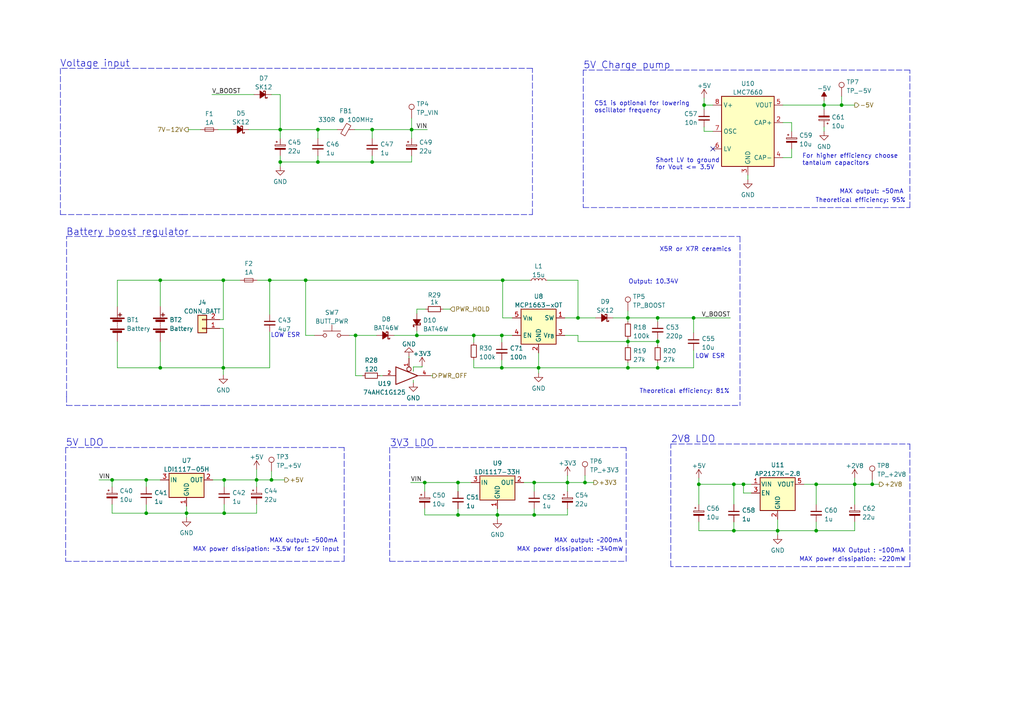
<source format=kicad_sch>
(kicad_sch (version 20211123) (generator eeschema)

  (uuid 6ccd53f6-922e-4d6e-aaf8-46faab362cfb)

  (paper "A4")

  (title_block
    (title "Power supply")
    (date "2023-04-09")
    (company "David Reinštein")
  )

  (lib_symbols
    (symbol "74xGxx:74AHC1G125" (pin_names (offset 1.016)) (in_bom yes) (on_board yes)
      (property "Reference" "U" (id 0) (at -2.54 3.81 0)
        (effects (font (size 1.27 1.27)))
      )
      (property "Value" "74AHC1G125" (id 1) (at 0 -3.81 0)
        (effects (font (size 1.27 1.27)))
      )
      (property "Footprint" "" (id 2) (at 0 0 0)
        (effects (font (size 1.27 1.27)) hide)
      )
      (property "Datasheet" "http://www.ti.com/lit/sg/scyt129e/scyt129e.pdf" (id 3) (at 0 0 0)
        (effects (font (size 1.27 1.27)) hide)
      )
      (property "ki_keywords" "Single Gate Buff Tri-State LVC CMOS" (id 4) (at 0 0 0)
        (effects (font (size 1.27 1.27)) hide)
      )
      (property "ki_description" "Single Buffer Gate Tri-State, Low-Voltage CMOS" (id 5) (at 0 0 0)
        (effects (font (size 1.27 1.27)) hide)
      )
      (property "ki_fp_filters" "SOT* SG-*" (id 6) (at 0 0 0)
        (effects (font (size 1.27 1.27)) hide)
      )
      (symbol "74AHC1G125_0_1"
        (polyline
          (pts
            (xy -3.81 2.54)
            (xy -3.81 -2.54)
            (xy 2.54 0)
            (xy -3.81 2.54)
          )
          (stroke (width 0.254) (type default) (color 0 0 0 0))
          (fill (type none))
        )
      )
      (symbol "74AHC1G125_1_1"
        (pin input inverted (at 0 5.08 270) (length 3.81)
          (name "~" (effects (font (size 1.016 1.016))))
          (number "1" (effects (font (size 1.016 1.016))))
        )
        (pin input line (at -7.62 0 0) (length 3.81)
          (name "~" (effects (font (size 1.016 1.016))))
          (number "2" (effects (font (size 1.016 1.016))))
        )
        (pin power_in line (at 1.27 -1.27 270) (length 0) hide
          (name "GND" (effects (font (size 1.016 1.016))))
          (number "3" (effects (font (size 1.016 1.016))))
        )
        (pin tri_state line (at 6.35 0 180) (length 3.81)
          (name "~" (effects (font (size 1.016 1.016))))
          (number "4" (effects (font (size 1.016 1.016))))
        )
        (pin power_in line (at 1.27 1.27 90) (length 0) hide
          (name "VCC" (effects (font (size 1.016 1.016))))
          (number "5" (effects (font (size 1.016 1.016))))
        )
      )
    )
    (symbol "Connector:TestPoint" (pin_numbers hide) (pin_names (offset 0.762) hide) (in_bom yes) (on_board yes)
      (property "Reference" "TP" (id 0) (at 0 6.858 0)
        (effects (font (size 1.27 1.27)))
      )
      (property "Value" "TestPoint" (id 1) (at 0 5.08 0)
        (effects (font (size 1.27 1.27)))
      )
      (property "Footprint" "" (id 2) (at 5.08 0 0)
        (effects (font (size 1.27 1.27)) hide)
      )
      (property "Datasheet" "~" (id 3) (at 5.08 0 0)
        (effects (font (size 1.27 1.27)) hide)
      )
      (property "ki_keywords" "test point tp" (id 4) (at 0 0 0)
        (effects (font (size 1.27 1.27)) hide)
      )
      (property "ki_description" "test point" (id 5) (at 0 0 0)
        (effects (font (size 1.27 1.27)) hide)
      )
      (property "ki_fp_filters" "Pin* Test*" (id 6) (at 0 0 0)
        (effects (font (size 1.27 1.27)) hide)
      )
      (symbol "TestPoint_0_1"
        (circle (center 0 3.302) (radius 0.762)
          (stroke (width 0) (type default) (color 0 0 0 0))
          (fill (type none))
        )
      )
      (symbol "TestPoint_1_1"
        (pin passive line (at 0 0 90) (length 2.54)
          (name "1" (effects (font (size 1.27 1.27))))
          (number "1" (effects (font (size 1.27 1.27))))
        )
      )
    )
    (symbol "Connector_Generic:Conn_01x02" (pin_names (offset 1.016) hide) (in_bom yes) (on_board yes)
      (property "Reference" "J" (id 0) (at 0 2.54 0)
        (effects (font (size 1.27 1.27)))
      )
      (property "Value" "Conn_01x02" (id 1) (at 0 -5.08 0)
        (effects (font (size 1.27 1.27)))
      )
      (property "Footprint" "" (id 2) (at 0 0 0)
        (effects (font (size 1.27 1.27)) hide)
      )
      (property "Datasheet" "~" (id 3) (at 0 0 0)
        (effects (font (size 1.27 1.27)) hide)
      )
      (property "ki_keywords" "connector" (id 4) (at 0 0 0)
        (effects (font (size 1.27 1.27)) hide)
      )
      (property "ki_description" "Generic connector, single row, 01x02, script generated (kicad-library-utils/schlib/autogen/connector/)" (id 5) (at 0 0 0)
        (effects (font (size 1.27 1.27)) hide)
      )
      (property "ki_fp_filters" "Connector*:*_1x??_*" (id 6) (at 0 0 0)
        (effects (font (size 1.27 1.27)) hide)
      )
      (symbol "Conn_01x02_1_1"
        (rectangle (start -1.27 -2.413) (end 0 -2.667)
          (stroke (width 0.1524) (type default) (color 0 0 0 0))
          (fill (type none))
        )
        (rectangle (start -1.27 0.127) (end 0 -0.127)
          (stroke (width 0.1524) (type default) (color 0 0 0 0))
          (fill (type none))
        )
        (rectangle (start -1.27 1.27) (end 1.27 -3.81)
          (stroke (width 0.254) (type default) (color 0 0 0 0))
          (fill (type background))
        )
        (pin passive line (at -5.08 0 0) (length 3.81)
          (name "Pin_1" (effects (font (size 1.27 1.27))))
          (number "1" (effects (font (size 1.27 1.27))))
        )
        (pin passive line (at -5.08 -2.54 0) (length 3.81)
          (name "Pin_2" (effects (font (size 1.27 1.27))))
          (number "2" (effects (font (size 1.27 1.27))))
        )
      )
    )
    (symbol "Device:Battery" (pin_numbers hide) (pin_names (offset 0) hide) (in_bom yes) (on_board yes)
      (property "Reference" "BT" (id 0) (at 2.54 2.54 0)
        (effects (font (size 1.27 1.27)) (justify left))
      )
      (property "Value" "Battery" (id 1) (at 2.54 0 0)
        (effects (font (size 1.27 1.27)) (justify left))
      )
      (property "Footprint" "" (id 2) (at 0 1.524 90)
        (effects (font (size 1.27 1.27)) hide)
      )
      (property "Datasheet" "~" (id 3) (at 0 1.524 90)
        (effects (font (size 1.27 1.27)) hide)
      )
      (property "ki_keywords" "batt voltage-source cell" (id 4) (at 0 0 0)
        (effects (font (size 1.27 1.27)) hide)
      )
      (property "ki_description" "Multiple-cell battery" (id 5) (at 0 0 0)
        (effects (font (size 1.27 1.27)) hide)
      )
      (symbol "Battery_0_1"
        (rectangle (start -2.032 -1.397) (end 2.032 -1.651)
          (stroke (width 0) (type default) (color 0 0 0 0))
          (fill (type outline))
        )
        (rectangle (start -2.032 1.778) (end 2.032 1.524)
          (stroke (width 0) (type default) (color 0 0 0 0))
          (fill (type outline))
        )
        (rectangle (start -1.3208 -1.9812) (end 1.27 -2.4892)
          (stroke (width 0) (type default) (color 0 0 0 0))
          (fill (type outline))
        )
        (rectangle (start -1.3208 1.1938) (end 1.27 0.6858)
          (stroke (width 0) (type default) (color 0 0 0 0))
          (fill (type outline))
        )
        (polyline
          (pts
            (xy 0 -1.524)
            (xy 0 -1.27)
          )
          (stroke (width 0) (type default) (color 0 0 0 0))
          (fill (type none))
        )
        (polyline
          (pts
            (xy 0 -1.016)
            (xy 0 -0.762)
          )
          (stroke (width 0) (type default) (color 0 0 0 0))
          (fill (type none))
        )
        (polyline
          (pts
            (xy 0 -0.508)
            (xy 0 -0.254)
          )
          (stroke (width 0) (type default) (color 0 0 0 0))
          (fill (type none))
        )
        (polyline
          (pts
            (xy 0 0)
            (xy 0 0.254)
          )
          (stroke (width 0) (type default) (color 0 0 0 0))
          (fill (type none))
        )
        (polyline
          (pts
            (xy 0 0.508)
            (xy 0 0.762)
          )
          (stroke (width 0) (type default) (color 0 0 0 0))
          (fill (type none))
        )
        (polyline
          (pts
            (xy 0 1.778)
            (xy 0 2.54)
          )
          (stroke (width 0) (type default) (color 0 0 0 0))
          (fill (type none))
        )
        (polyline
          (pts
            (xy 0.254 2.667)
            (xy 1.27 2.667)
          )
          (stroke (width 0.254) (type default) (color 0 0 0 0))
          (fill (type none))
        )
        (polyline
          (pts
            (xy 0.762 3.175)
            (xy 0.762 2.159)
          )
          (stroke (width 0.254) (type default) (color 0 0 0 0))
          (fill (type none))
        )
      )
      (symbol "Battery_1_1"
        (pin passive line (at 0 5.08 270) (length 2.54)
          (name "+" (effects (font (size 1.27 1.27))))
          (number "1" (effects (font (size 1.27 1.27))))
        )
        (pin passive line (at 0 -5.08 90) (length 2.54)
          (name "-" (effects (font (size 1.27 1.27))))
          (number "2" (effects (font (size 1.27 1.27))))
        )
      )
    )
    (symbol "Device:C_Polarized_Small" (pin_numbers hide) (pin_names (offset 0.254) hide) (in_bom yes) (on_board yes)
      (property "Reference" "C" (id 0) (at 0.254 1.778 0)
        (effects (font (size 1.27 1.27)) (justify left))
      )
      (property "Value" "C_Polarized_Small" (id 1) (at 0.254 -2.032 0)
        (effects (font (size 1.27 1.27)) (justify left))
      )
      (property "Footprint" "" (id 2) (at 0 0 0)
        (effects (font (size 1.27 1.27)) hide)
      )
      (property "Datasheet" "~" (id 3) (at 0 0 0)
        (effects (font (size 1.27 1.27)) hide)
      )
      (property "ki_keywords" "cap capacitor" (id 4) (at 0 0 0)
        (effects (font (size 1.27 1.27)) hide)
      )
      (property "ki_description" "Polarized capacitor, small symbol" (id 5) (at 0 0 0)
        (effects (font (size 1.27 1.27)) hide)
      )
      (property "ki_fp_filters" "CP_*" (id 6) (at 0 0 0)
        (effects (font (size 1.27 1.27)) hide)
      )
      (symbol "C_Polarized_Small_0_1"
        (rectangle (start -1.524 -0.3048) (end 1.524 -0.6858)
          (stroke (width 0) (type default) (color 0 0 0 0))
          (fill (type outline))
        )
        (rectangle (start -1.524 0.6858) (end 1.524 0.3048)
          (stroke (width 0) (type default) (color 0 0 0 0))
          (fill (type none))
        )
        (polyline
          (pts
            (xy -1.27 1.524)
            (xy -0.762 1.524)
          )
          (stroke (width 0) (type default) (color 0 0 0 0))
          (fill (type none))
        )
        (polyline
          (pts
            (xy -1.016 1.27)
            (xy -1.016 1.778)
          )
          (stroke (width 0) (type default) (color 0 0 0 0))
          (fill (type none))
        )
      )
      (symbol "C_Polarized_Small_1_1"
        (pin passive line (at 0 2.54 270) (length 1.8542)
          (name "~" (effects (font (size 1.27 1.27))))
          (number "1" (effects (font (size 1.27 1.27))))
        )
        (pin passive line (at 0 -2.54 90) (length 1.8542)
          (name "~" (effects (font (size 1.27 1.27))))
          (number "2" (effects (font (size 1.27 1.27))))
        )
      )
    )
    (symbol "Device:C_Small" (pin_numbers hide) (pin_names (offset 0.254) hide) (in_bom yes) (on_board yes)
      (property "Reference" "C" (id 0) (at 0.254 1.778 0)
        (effects (font (size 1.27 1.27)) (justify left))
      )
      (property "Value" "C_Small" (id 1) (at 0.254 -2.032 0)
        (effects (font (size 1.27 1.27)) (justify left))
      )
      (property "Footprint" "" (id 2) (at 0 0 0)
        (effects (font (size 1.27 1.27)) hide)
      )
      (property "Datasheet" "~" (id 3) (at 0 0 0)
        (effects (font (size 1.27 1.27)) hide)
      )
      (property "ki_keywords" "capacitor cap" (id 4) (at 0 0 0)
        (effects (font (size 1.27 1.27)) hide)
      )
      (property "ki_description" "Unpolarized capacitor, small symbol" (id 5) (at 0 0 0)
        (effects (font (size 1.27 1.27)) hide)
      )
      (property "ki_fp_filters" "C_*" (id 6) (at 0 0 0)
        (effects (font (size 1.27 1.27)) hide)
      )
      (symbol "C_Small_0_1"
        (polyline
          (pts
            (xy -1.524 -0.508)
            (xy 1.524 -0.508)
          )
          (stroke (width 0.3302) (type default) (color 0 0 0 0))
          (fill (type none))
        )
        (polyline
          (pts
            (xy -1.524 0.508)
            (xy 1.524 0.508)
          )
          (stroke (width 0.3048) (type default) (color 0 0 0 0))
          (fill (type none))
        )
      )
      (symbol "C_Small_1_1"
        (pin passive line (at 0 2.54 270) (length 2.032)
          (name "~" (effects (font (size 1.27 1.27))))
          (number "1" (effects (font (size 1.27 1.27))))
        )
        (pin passive line (at 0 -2.54 90) (length 2.032)
          (name "~" (effects (font (size 1.27 1.27))))
          (number "2" (effects (font (size 1.27 1.27))))
        )
      )
    )
    (symbol "Device:D_Schottky_Small_Filled" (pin_numbers hide) (pin_names (offset 0.254) hide) (in_bom yes) (on_board yes)
      (property "Reference" "D" (id 0) (at -1.27 2.032 0)
        (effects (font (size 1.27 1.27)) (justify left))
      )
      (property "Value" "D_Schottky_Small_Filled" (id 1) (at -7.112 -2.032 0)
        (effects (font (size 1.27 1.27)) (justify left))
      )
      (property "Footprint" "" (id 2) (at 0 0 90)
        (effects (font (size 1.27 1.27)) hide)
      )
      (property "Datasheet" "~" (id 3) (at 0 0 90)
        (effects (font (size 1.27 1.27)) hide)
      )
      (property "ki_keywords" "diode Schottky" (id 4) (at 0 0 0)
        (effects (font (size 1.27 1.27)) hide)
      )
      (property "ki_description" "Schottky diode, small symbol, filled shape" (id 5) (at 0 0 0)
        (effects (font (size 1.27 1.27)) hide)
      )
      (property "ki_fp_filters" "TO-???* *_Diode_* *SingleDiode* D_*" (id 6) (at 0 0 0)
        (effects (font (size 1.27 1.27)) hide)
      )
      (symbol "D_Schottky_Small_Filled_0_1"
        (polyline
          (pts
            (xy -0.762 0)
            (xy 0.762 0)
          )
          (stroke (width 0) (type default) (color 0 0 0 0))
          (fill (type none))
        )
        (polyline
          (pts
            (xy 0.762 -1.016)
            (xy -0.762 0)
            (xy 0.762 1.016)
            (xy 0.762 -1.016)
          )
          (stroke (width 0.254) (type default) (color 0 0 0 0))
          (fill (type outline))
        )
        (polyline
          (pts
            (xy -1.27 0.762)
            (xy -1.27 1.016)
            (xy -0.762 1.016)
            (xy -0.762 -1.016)
            (xy -0.254 -1.016)
            (xy -0.254 -0.762)
          )
          (stroke (width 0.254) (type default) (color 0 0 0 0))
          (fill (type none))
        )
      )
      (symbol "D_Schottky_Small_Filled_1_1"
        (pin passive line (at -2.54 0 0) (length 1.778)
          (name "K" (effects (font (size 1.27 1.27))))
          (number "1" (effects (font (size 1.27 1.27))))
        )
        (pin passive line (at 2.54 0 180) (length 1.778)
          (name "A" (effects (font (size 1.27 1.27))))
          (number "2" (effects (font (size 1.27 1.27))))
        )
      )
    )
    (symbol "Device:FerriteBead_Small" (pin_numbers hide) (pin_names (offset 0)) (in_bom yes) (on_board yes)
      (property "Reference" "FB" (id 0) (at 1.905 1.27 0)
        (effects (font (size 1.27 1.27)) (justify left))
      )
      (property "Value" "FerriteBead_Small" (id 1) (at 1.905 -1.27 0)
        (effects (font (size 1.27 1.27)) (justify left))
      )
      (property "Footprint" "" (id 2) (at -1.778 0 90)
        (effects (font (size 1.27 1.27)) hide)
      )
      (property "Datasheet" "~" (id 3) (at 0 0 0)
        (effects (font (size 1.27 1.27)) hide)
      )
      (property "ki_keywords" "L ferrite bead inductor filter" (id 4) (at 0 0 0)
        (effects (font (size 1.27 1.27)) hide)
      )
      (property "ki_description" "Ferrite bead, small symbol" (id 5) (at 0 0 0)
        (effects (font (size 1.27 1.27)) hide)
      )
      (property "ki_fp_filters" "Inductor_* L_* *Ferrite*" (id 6) (at 0 0 0)
        (effects (font (size 1.27 1.27)) hide)
      )
      (symbol "FerriteBead_Small_0_1"
        (polyline
          (pts
            (xy 0 -1.27)
            (xy 0 -0.7874)
          )
          (stroke (width 0) (type default) (color 0 0 0 0))
          (fill (type none))
        )
        (polyline
          (pts
            (xy 0 0.889)
            (xy 0 1.2954)
          )
          (stroke (width 0) (type default) (color 0 0 0 0))
          (fill (type none))
        )
        (polyline
          (pts
            (xy -1.8288 0.2794)
            (xy -1.1176 1.4986)
            (xy 1.8288 -0.2032)
            (xy 1.1176 -1.4224)
            (xy -1.8288 0.2794)
          )
          (stroke (width 0) (type default) (color 0 0 0 0))
          (fill (type none))
        )
      )
      (symbol "FerriteBead_Small_1_1"
        (pin passive line (at 0 2.54 270) (length 1.27)
          (name "~" (effects (font (size 1.27 1.27))))
          (number "1" (effects (font (size 1.27 1.27))))
        )
        (pin passive line (at 0 -2.54 90) (length 1.27)
          (name "~" (effects (font (size 1.27 1.27))))
          (number "2" (effects (font (size 1.27 1.27))))
        )
      )
    )
    (symbol "Device:Fuse_Small" (pin_numbers hide) (pin_names (offset 0.254) hide) (in_bom yes) (on_board yes)
      (property "Reference" "F" (id 0) (at 0 -1.524 0)
        (effects (font (size 1.27 1.27)))
      )
      (property "Value" "Fuse_Small" (id 1) (at 0 1.524 0)
        (effects (font (size 1.27 1.27)))
      )
      (property "Footprint" "" (id 2) (at 0 0 0)
        (effects (font (size 1.27 1.27)) hide)
      )
      (property "Datasheet" "~" (id 3) (at 0 0 0)
        (effects (font (size 1.27 1.27)) hide)
      )
      (property "ki_keywords" "fuse" (id 4) (at 0 0 0)
        (effects (font (size 1.27 1.27)) hide)
      )
      (property "ki_description" "Fuse, small symbol" (id 5) (at 0 0 0)
        (effects (font (size 1.27 1.27)) hide)
      )
      (property "ki_fp_filters" "SM*" (id 6) (at 0 0 0)
        (effects (font (size 1.27 1.27)) hide)
      )
      (symbol "Fuse_Small_0_1"
        (rectangle (start -1.27 0.508) (end 1.27 -0.508)
          (stroke (width 0) (type default) (color 0 0 0 0))
          (fill (type none))
        )
        (polyline
          (pts
            (xy -1.27 0)
            (xy 1.27 0)
          )
          (stroke (width 0) (type default) (color 0 0 0 0))
          (fill (type none))
        )
      )
      (symbol "Fuse_Small_1_1"
        (pin passive line (at -2.54 0 0) (length 1.27)
          (name "~" (effects (font (size 1.27 1.27))))
          (number "1" (effects (font (size 1.27 1.27))))
        )
        (pin passive line (at 2.54 0 180) (length 1.27)
          (name "~" (effects (font (size 1.27 1.27))))
          (number "2" (effects (font (size 1.27 1.27))))
        )
      )
    )
    (symbol "Device:L_Small" (pin_numbers hide) (pin_names (offset 0.254) hide) (in_bom yes) (on_board yes)
      (property "Reference" "L" (id 0) (at 0.762 1.016 0)
        (effects (font (size 1.27 1.27)) (justify left))
      )
      (property "Value" "L_Small" (id 1) (at 0.762 -1.016 0)
        (effects (font (size 1.27 1.27)) (justify left))
      )
      (property "Footprint" "" (id 2) (at 0 0 0)
        (effects (font (size 1.27 1.27)) hide)
      )
      (property "Datasheet" "~" (id 3) (at 0 0 0)
        (effects (font (size 1.27 1.27)) hide)
      )
      (property "ki_keywords" "inductor choke coil reactor magnetic" (id 4) (at 0 0 0)
        (effects (font (size 1.27 1.27)) hide)
      )
      (property "ki_description" "Inductor, small symbol" (id 5) (at 0 0 0)
        (effects (font (size 1.27 1.27)) hide)
      )
      (property "ki_fp_filters" "Choke_* *Coil* Inductor_* L_*" (id 6) (at 0 0 0)
        (effects (font (size 1.27 1.27)) hide)
      )
      (symbol "L_Small_0_1"
        (arc (start 0 -2.032) (mid 0.508 -1.524) (end 0 -1.016)
          (stroke (width 0) (type default) (color 0 0 0 0))
          (fill (type none))
        )
        (arc (start 0 -1.016) (mid 0.508 -0.508) (end 0 0)
          (stroke (width 0) (type default) (color 0 0 0 0))
          (fill (type none))
        )
        (arc (start 0 0) (mid 0.508 0.508) (end 0 1.016)
          (stroke (width 0) (type default) (color 0 0 0 0))
          (fill (type none))
        )
        (arc (start 0 1.016) (mid 0.508 1.524) (end 0 2.032)
          (stroke (width 0) (type default) (color 0 0 0 0))
          (fill (type none))
        )
      )
      (symbol "L_Small_1_1"
        (pin passive line (at 0 2.54 270) (length 0.508)
          (name "~" (effects (font (size 1.27 1.27))))
          (number "1" (effects (font (size 1.27 1.27))))
        )
        (pin passive line (at 0 -2.54 90) (length 0.508)
          (name "~" (effects (font (size 1.27 1.27))))
          (number "2" (effects (font (size 1.27 1.27))))
        )
      )
    )
    (symbol "Device:R_Small" (pin_numbers hide) (pin_names (offset 0.254) hide) (in_bom yes) (on_board yes)
      (property "Reference" "R" (id 0) (at 0.762 0.508 0)
        (effects (font (size 1.27 1.27)) (justify left))
      )
      (property "Value" "R_Small" (id 1) (at 0.762 -1.016 0)
        (effects (font (size 1.27 1.27)) (justify left))
      )
      (property "Footprint" "" (id 2) (at 0 0 0)
        (effects (font (size 1.27 1.27)) hide)
      )
      (property "Datasheet" "~" (id 3) (at 0 0 0)
        (effects (font (size 1.27 1.27)) hide)
      )
      (property "ki_keywords" "R resistor" (id 4) (at 0 0 0)
        (effects (font (size 1.27 1.27)) hide)
      )
      (property "ki_description" "Resistor, small symbol" (id 5) (at 0 0 0)
        (effects (font (size 1.27 1.27)) hide)
      )
      (property "ki_fp_filters" "R_*" (id 6) (at 0 0 0)
        (effects (font (size 1.27 1.27)) hide)
      )
      (symbol "R_Small_0_1"
        (rectangle (start -0.762 1.778) (end 0.762 -1.778)
          (stroke (width 0.2032) (type default) (color 0 0 0 0))
          (fill (type none))
        )
      )
      (symbol "R_Small_1_1"
        (pin passive line (at 0 2.54 270) (length 0.762)
          (name "~" (effects (font (size 1.27 1.27))))
          (number "1" (effects (font (size 1.27 1.27))))
        )
        (pin passive line (at 0 -2.54 90) (length 0.762)
          (name "~" (effects (font (size 1.27 1.27))))
          (number "2" (effects (font (size 1.27 1.27))))
        )
      )
    )
    (symbol "Driver_LED:MCP1662-xOT" (in_bom yes) (on_board yes)
      (property "Reference" "U" (id 0) (at -5.08 6.35 0)
        (effects (font (size 1.27 1.27)))
      )
      (property "Value" "MCP1662-xOT" (id 1) (at 8.89 -6.35 0)
        (effects (font (size 1.27 1.27)))
      )
      (property "Footprint" "Package_TO_SOT_SMD:SOT-23-5" (id 2) (at 0 -17.78 0)
        (effects (font (size 1.27 1.27)) hide)
      )
      (property "Datasheet" "https://ww1.microchip.com/downloads/en/DeviceDoc/20005316E.pdf" (id 3) (at 0 8.89 0)
        (effects (font (size 1.27 1.27)) hide)
      )
      (property "ki_keywords" "step-up led driver uvlo" (id 4) (at 0 0 0)
        (effects (font (size 1.27 1.27)) hide)
      )
      (property "ki_description" "Step-Up LED Driver w/ UVLO and Open Load Protection, 500kHz, SOT-23-5" (id 5) (at 0 0 0)
        (effects (font (size 1.27 1.27)) hide)
      )
      (property "ki_fp_filters" "SOT?23*" (id 6) (at 0 0 0)
        (effects (font (size 1.27 1.27)) hide)
      )
      (symbol "MCP1662-xOT_0_1"
        (rectangle (start -5.08 5.08) (end 5.08 -5.08)
          (stroke (width 0.254) (type default) (color 0 0 0 0))
          (fill (type background))
        )
      )
      (symbol "MCP1662-xOT_1_1"
        (pin power_out line (at 7.62 2.54 180) (length 2.54)
          (name "SW" (effects (font (size 1.27 1.27))))
          (number "1" (effects (font (size 1.27 1.27))))
        )
        (pin power_in line (at 0 -7.62 90) (length 2.54)
          (name "GND" (effects (font (size 1.27 1.27))))
          (number "2" (effects (font (size 1.27 1.27))))
        )
        (pin input line (at 7.62 -2.54 180) (length 2.54)
          (name "V_{FB}" (effects (font (size 1.27 1.27))))
          (number "3" (effects (font (size 1.27 1.27))))
        )
        (pin input line (at -7.62 -2.54 0) (length 2.54)
          (name "EN" (effects (font (size 1.27 1.27))))
          (number "4" (effects (font (size 1.27 1.27))))
        )
        (pin power_in line (at -7.62 2.54 0) (length 2.54)
          (name "V_{IN}" (effects (font (size 1.27 1.27))))
          (number "5" (effects (font (size 1.27 1.27))))
        )
      )
    )
    (symbol "Regulator_Linear:AP2127K-2.8" (pin_names (offset 0.254)) (in_bom yes) (on_board yes)
      (property "Reference" "U" (id 0) (at -5.08 5.715 0)
        (effects (font (size 1.27 1.27)) (justify left))
      )
      (property "Value" "AP2127K-2.8" (id 1) (at 0 5.715 0)
        (effects (font (size 1.27 1.27)) (justify left))
      )
      (property "Footprint" "Package_TO_SOT_SMD:SOT-23-5" (id 2) (at 0 8.255 0)
        (effects (font (size 1.27 1.27)) hide)
      )
      (property "Datasheet" "https://www.diodes.com/assets/Datasheets/AP2127.pdf" (id 3) (at 0 2.54 0)
        (effects (font (size 1.27 1.27)) hide)
      )
      (property "ki_keywords" "linear regulator ldo fixed positive" (id 4) (at 0 0 0)
        (effects (font (size 1.27 1.27)) hide)
      )
      (property "ki_description" "300mA low dropout linear regulator, shutdown pin, 2.5V-6V input voltage, 2.8V fixed positive output, SOT-23-5" (id 5) (at 0 0 0)
        (effects (font (size 1.27 1.27)) hide)
      )
      (property "ki_fp_filters" "SOT?23?5*" (id 6) (at 0 0 0)
        (effects (font (size 1.27 1.27)) hide)
      )
      (symbol "AP2127K-2.8_0_1"
        (rectangle (start -5.08 4.445) (end 5.08 -5.08)
          (stroke (width 0.254) (type default) (color 0 0 0 0))
          (fill (type background))
        )
      )
      (symbol "AP2127K-2.8_1_1"
        (pin power_in line (at -7.62 2.54 0) (length 2.54)
          (name "VIN" (effects (font (size 1.27 1.27))))
          (number "1" (effects (font (size 1.27 1.27))))
        )
        (pin power_in line (at 0 -7.62 90) (length 2.54)
          (name "GND" (effects (font (size 1.27 1.27))))
          (number "2" (effects (font (size 1.27 1.27))))
        )
        (pin input line (at -7.62 0 0) (length 2.54)
          (name "EN" (effects (font (size 1.27 1.27))))
          (number "3" (effects (font (size 1.27 1.27))))
        )
        (pin no_connect line (at 5.08 0 180) (length 2.54) hide
          (name "NC" (effects (font (size 1.27 1.27))))
          (number "4" (effects (font (size 1.27 1.27))))
        )
        (pin power_out line (at 7.62 2.54 180) (length 2.54)
          (name "VOUT" (effects (font (size 1.27 1.27))))
          (number "5" (effects (font (size 1.27 1.27))))
        )
      )
    )
    (symbol "Regulator_Linear:L7805" (pin_names (offset 0.254)) (in_bom yes) (on_board yes)
      (property "Reference" "U6" (id 0) (at 0 5.6048 0)
        (effects (font (size 1.27 1.27)))
      )
      (property "Value" "LDI1117-05H" (id 1) (at 0 3.0679 0)
        (effects (font (size 1.27 1.27)))
      )
      (property "Footprint" "Package_TO_SOT_SMD:SOT-223" (id 2) (at 0.635 -3.81 0)
        (effects (font (size 1.27 1.27) italic) (justify left) hide)
      )
      (property "Datasheet" "https://www.tme.eu/Document/084a5eb18462203f10c4803bc35208f3/ldi1117h.pdf" (id 3) (at 0 -1.27 0)
        (effects (font (size 1.27 1.27)) hide)
      )
      (property "ki_keywords" "Voltage Regulator 1.5A Positive" (id 4) (at 0 0 0)
        (effects (font (size 1.27 1.27)) hide)
      )
      (property "ki_description" "Positive 1.5A 35V Linear Regulator, Fixed Output 5V, TO-220/TO-263/TO-252" (id 5) (at 0 0 0)
        (effects (font (size 1.27 1.27)) hide)
      )
      (property "ki_fp_filters" "TO?252* TO?263* TO?220*" (id 6) (at 0 0 0)
        (effects (font (size 1.27 1.27)) hide)
      )
      (symbol "L7805_0_1"
        (rectangle (start -5.08 1.905) (end 5.08 -5.08)
          (stroke (width 0.254) (type default) (color 0 0 0 0))
          (fill (type background))
        )
      )
      (symbol "L7805_1_1"
        (pin power_in line (at 0 -7.62 90) (length 2.54)
          (name "GND" (effects (font (size 1.27 1.27))))
          (number "1" (effects (font (size 1.27 1.27))))
        )
        (pin power_out line (at 7.62 0 180) (length 2.54)
          (name "OUT" (effects (font (size 1.27 1.27))))
          (number "2" (effects (font (size 1.27 1.27))))
        )
        (pin power_in line (at -7.62 0 0) (length 2.54)
          (name "IN" (effects (font (size 1.27 1.27))))
          (number "3" (effects (font (size 1.27 1.27))))
        )
      )
    )
    (symbol "Regulator_Linear:L78L33_SOT89" (pin_names (offset 0.254)) (in_bom yes) (on_board yes)
      (property "Reference" "U8" (id 0) (at 0 5.6048 0)
        (effects (font (size 1.27 1.27)))
      )
      (property "Value" "LDI1117-33H" (id 1) (at 0 3.0679 0)
        (effects (font (size 1.27 1.27)))
      )
      (property "Footprint" "Package_TO_SOT_SMD:SOT-223" (id 2) (at 0 5.08 0)
        (effects (font (size 1.27 1.27) italic) hide)
      )
      (property "Datasheet" "https://www.tme.eu/Document/084a5eb18462203f10c4803bc35208f3/ldi1117h.pdf" (id 3) (at 0 -1.27 0)
        (effects (font (size 1.27 1.27)) hide)
      )
      (property "ki_keywords" "Voltage Regulator 100mA Positive" (id 4) (at 0 0 0)
        (effects (font (size 1.27 1.27)) hide)
      )
      (property "ki_description" "Positive 100mA 30V Linear Regulator, Fixed Output 3.3V, SOT-89" (id 5) (at 0 0 0)
        (effects (font (size 1.27 1.27)) hide)
      )
      (property "ki_fp_filters" "SOT?89*" (id 6) (at 0 0 0)
        (effects (font (size 1.27 1.27)) hide)
      )
      (symbol "L78L33_SOT89_0_1"
        (rectangle (start -5.08 1.905) (end 5.08 -5.08)
          (stroke (width 0.254) (type default) (color 0 0 0 0))
          (fill (type background))
        )
      )
      (symbol "L78L33_SOT89_1_1"
        (pin power_in line (at 0 -7.62 90) (length 2.54)
          (name "GND" (effects (font (size 1.27 1.27))))
          (number "1" (effects (font (size 1.27 1.27))))
        )
        (pin power_out line (at 7.62 0 180) (length 2.54)
          (name "OUT" (effects (font (size 1.27 1.27))))
          (number "2" (effects (font (size 1.27 1.27))))
        )
        (pin power_in line (at -7.62 0 0) (length 2.54)
          (name "IN" (effects (font (size 1.27 1.27))))
          (number "3" (effects (font (size 1.27 1.27))))
        )
      )
    )
    (symbol "Regulator_SwitchedCapacitor:LMC7660" (in_bom yes) (on_board yes)
      (property "Reference" "U" (id 0) (at -6.604 11.43 0)
        (effects (font (size 1.27 1.27)))
      )
      (property "Value" "LMC7660" (id 1) (at 0 11.43 0)
        (effects (font (size 1.27 1.27)) (justify left))
      )
      (property "Footprint" "" (id 2) (at -66.04 30.48 0)
        (effects (font (size 1.27 1.27)) hide)
      )
      (property "Datasheet" "http://www.ti.com/lit/ds/symlink/lmc7660.pdf" (id 3) (at -66.04 30.48 0)
        (effects (font (size 1.27 1.27)) hide)
      )
      (property "ki_keywords" "Voltage converter" (id 4) (at 0 0 0)
        (effects (font (size 1.27 1.27)) hide)
      )
      (property "ki_description" "Voltage converter from +1.5V to +10V to +1.5V to +10V, SO-8/DIP-8" (id 5) (at 0 0 0)
        (effects (font (size 1.27 1.27)) hide)
      )
      (property "ki_fp_filters" "SOIC*3.9x4.9mm*P1.27mm* DIP*W7.62mm*" (id 6) (at 0 0 0)
        (effects (font (size 1.27 1.27)) hide)
      )
      (symbol "LMC7660_0_1"
        (rectangle (start -7.62 10.16) (end 7.62 -10.16)
          (stroke (width 0.254) (type default) (color 0 0 0 0))
          (fill (type background))
        )
      )
      (symbol "LMC7660_1_1"
        (pin no_connect line (at -7.62 5.08 0) (length 2.54) hide
          (name "NC" (effects (font (size 1.27 1.27))))
          (number "1" (effects (font (size 1.27 1.27))))
        )
        (pin input line (at 10.16 2.54 180) (length 2.54)
          (name "CAP+" (effects (font (size 1.27 1.27))))
          (number "2" (effects (font (size 1.27 1.27))))
        )
        (pin power_in line (at 0 -12.7 90) (length 2.54)
          (name "GND" (effects (font (size 1.27 1.27))))
          (number "3" (effects (font (size 1.27 1.27))))
        )
        (pin input line (at 10.16 -7.62 180) (length 2.54)
          (name "CAP-" (effects (font (size 1.27 1.27))))
          (number "4" (effects (font (size 1.27 1.27))))
        )
        (pin power_out line (at 10.16 7.62 180) (length 2.54)
          (name "VOUT" (effects (font (size 1.27 1.27))))
          (number "5" (effects (font (size 1.27 1.27))))
        )
        (pin input line (at -10.16 -5.08 0) (length 2.54)
          (name "LV" (effects (font (size 1.27 1.27))))
          (number "6" (effects (font (size 1.27 1.27))))
        )
        (pin input line (at -10.16 0 0) (length 2.54)
          (name "OSC" (effects (font (size 1.27 1.27))))
          (number "7" (effects (font (size 1.27 1.27))))
        )
        (pin power_in line (at -10.16 7.62 0) (length 2.54)
          (name "V+" (effects (font (size 1.27 1.27))))
          (number "8" (effects (font (size 1.27 1.27))))
        )
      )
    )
    (symbol "Switch:SW_Push" (pin_numbers hide) (pin_names (offset 1.016) hide) (in_bom yes) (on_board yes)
      (property "Reference" "SW" (id 0) (at 1.27 2.54 0)
        (effects (font (size 1.27 1.27)) (justify left))
      )
      (property "Value" "SW_Push" (id 1) (at 0 -1.524 0)
        (effects (font (size 1.27 1.27)))
      )
      (property "Footprint" "" (id 2) (at 0 5.08 0)
        (effects (font (size 1.27 1.27)) hide)
      )
      (property "Datasheet" "~" (id 3) (at 0 5.08 0)
        (effects (font (size 1.27 1.27)) hide)
      )
      (property "ki_keywords" "switch normally-open pushbutton push-button" (id 4) (at 0 0 0)
        (effects (font (size 1.27 1.27)) hide)
      )
      (property "ki_description" "Push button switch, generic, two pins" (id 5) (at 0 0 0)
        (effects (font (size 1.27 1.27)) hide)
      )
      (symbol "SW_Push_0_1"
        (circle (center -2.032 0) (radius 0.508)
          (stroke (width 0) (type default) (color 0 0 0 0))
          (fill (type none))
        )
        (polyline
          (pts
            (xy 0 1.27)
            (xy 0 3.048)
          )
          (stroke (width 0) (type default) (color 0 0 0 0))
          (fill (type none))
        )
        (polyline
          (pts
            (xy 2.54 1.27)
            (xy -2.54 1.27)
          )
          (stroke (width 0) (type default) (color 0 0 0 0))
          (fill (type none))
        )
        (circle (center 2.032 0) (radius 0.508)
          (stroke (width 0) (type default) (color 0 0 0 0))
          (fill (type none))
        )
        (pin passive line (at -5.08 0 0) (length 2.54)
          (name "1" (effects (font (size 1.27 1.27))))
          (number "1" (effects (font (size 1.27 1.27))))
        )
        (pin passive line (at 5.08 0 180) (length 2.54)
          (name "2" (effects (font (size 1.27 1.27))))
          (number "2" (effects (font (size 1.27 1.27))))
        )
      )
    )
    (symbol "power:+2V8" (power) (pin_names (offset 0)) (in_bom yes) (on_board yes)
      (property "Reference" "#PWR" (id 0) (at 0 -3.81 0)
        (effects (font (size 1.27 1.27)) hide)
      )
      (property "Value" "+2V8" (id 1) (at 0 3.556 0)
        (effects (font (size 1.27 1.27)))
      )
      (property "Footprint" "" (id 2) (at 0 0 0)
        (effects (font (size 1.27 1.27)) hide)
      )
      (property "Datasheet" "" (id 3) (at 0 0 0)
        (effects (font (size 1.27 1.27)) hide)
      )
      (property "ki_keywords" "power-flag" (id 4) (at 0 0 0)
        (effects (font (size 1.27 1.27)) hide)
      )
      (property "ki_description" "Power symbol creates a global label with name \"+2V8\"" (id 5) (at 0 0 0)
        (effects (font (size 1.27 1.27)) hide)
      )
      (symbol "+2V8_0_1"
        (polyline
          (pts
            (xy -0.762 1.27)
            (xy 0 2.54)
          )
          (stroke (width 0) (type default) (color 0 0 0 0))
          (fill (type none))
        )
        (polyline
          (pts
            (xy 0 0)
            (xy 0 2.54)
          )
          (stroke (width 0) (type default) (color 0 0 0 0))
          (fill (type none))
        )
        (polyline
          (pts
            (xy 0 2.54)
            (xy 0.762 1.27)
          )
          (stroke (width 0) (type default) (color 0 0 0 0))
          (fill (type none))
        )
      )
      (symbol "+2V8_1_1"
        (pin power_in line (at 0 0 90) (length 0) hide
          (name "+2V8" (effects (font (size 1.27 1.27))))
          (number "1" (effects (font (size 1.27 1.27))))
        )
      )
    )
    (symbol "power:+3V3" (power) (pin_names (offset 0)) (in_bom yes) (on_board yes)
      (property "Reference" "#PWR" (id 0) (at 0 -3.81 0)
        (effects (font (size 1.27 1.27)) hide)
      )
      (property "Value" "+3V3" (id 1) (at 0 3.556 0)
        (effects (font (size 1.27 1.27)))
      )
      (property "Footprint" "" (id 2) (at 0 0 0)
        (effects (font (size 1.27 1.27)) hide)
      )
      (property "Datasheet" "" (id 3) (at 0 0 0)
        (effects (font (size 1.27 1.27)) hide)
      )
      (property "ki_keywords" "power-flag" (id 4) (at 0 0 0)
        (effects (font (size 1.27 1.27)) hide)
      )
      (property "ki_description" "Power symbol creates a global label with name \"+3V3\"" (id 5) (at 0 0 0)
        (effects (font (size 1.27 1.27)) hide)
      )
      (symbol "+3V3_0_1"
        (polyline
          (pts
            (xy -0.762 1.27)
            (xy 0 2.54)
          )
          (stroke (width 0) (type default) (color 0 0 0 0))
          (fill (type none))
        )
        (polyline
          (pts
            (xy 0 0)
            (xy 0 2.54)
          )
          (stroke (width 0) (type default) (color 0 0 0 0))
          (fill (type none))
        )
        (polyline
          (pts
            (xy 0 2.54)
            (xy 0.762 1.27)
          )
          (stroke (width 0) (type default) (color 0 0 0 0))
          (fill (type none))
        )
      )
      (symbol "+3V3_1_1"
        (pin power_in line (at 0 0 90) (length 0) hide
          (name "+3V3" (effects (font (size 1.27 1.27))))
          (number "1" (effects (font (size 1.27 1.27))))
        )
      )
    )
    (symbol "power:+5V" (power) (pin_names (offset 0)) (in_bom yes) (on_board yes)
      (property "Reference" "#PWR" (id 0) (at 0 -3.81 0)
        (effects (font (size 1.27 1.27)) hide)
      )
      (property "Value" "+5V" (id 1) (at 0 3.556 0)
        (effects (font (size 1.27 1.27)))
      )
      (property "Footprint" "" (id 2) (at 0 0 0)
        (effects (font (size 1.27 1.27)) hide)
      )
      (property "Datasheet" "" (id 3) (at 0 0 0)
        (effects (font (size 1.27 1.27)) hide)
      )
      (property "ki_keywords" "power-flag" (id 4) (at 0 0 0)
        (effects (font (size 1.27 1.27)) hide)
      )
      (property "ki_description" "Power symbol creates a global label with name \"+5V\"" (id 5) (at 0 0 0)
        (effects (font (size 1.27 1.27)) hide)
      )
      (symbol "+5V_0_1"
        (polyline
          (pts
            (xy -0.762 1.27)
            (xy 0 2.54)
          )
          (stroke (width 0) (type default) (color 0 0 0 0))
          (fill (type none))
        )
        (polyline
          (pts
            (xy 0 0)
            (xy 0 2.54)
          )
          (stroke (width 0) (type default) (color 0 0 0 0))
          (fill (type none))
        )
        (polyline
          (pts
            (xy 0 2.54)
            (xy 0.762 1.27)
          )
          (stroke (width 0) (type default) (color 0 0 0 0))
          (fill (type none))
        )
      )
      (symbol "+5V_1_1"
        (pin power_in line (at 0 0 90) (length 0) hide
          (name "+5V" (effects (font (size 1.27 1.27))))
          (number "1" (effects (font (size 1.27 1.27))))
        )
      )
    )
    (symbol "power:-5V" (power) (pin_names (offset 0)) (in_bom yes) (on_board yes)
      (property "Reference" "#PWR" (id 0) (at 0 2.54 0)
        (effects (font (size 1.27 1.27)) hide)
      )
      (property "Value" "-5V" (id 1) (at 0 3.81 0)
        (effects (font (size 1.27 1.27)))
      )
      (property "Footprint" "" (id 2) (at 0 0 0)
        (effects (font (size 1.27 1.27)) hide)
      )
      (property "Datasheet" "" (id 3) (at 0 0 0)
        (effects (font (size 1.27 1.27)) hide)
      )
      (property "ki_keywords" "power-flag" (id 4) (at 0 0 0)
        (effects (font (size 1.27 1.27)) hide)
      )
      (property "ki_description" "Power symbol creates a global label with name \"-5V\"" (id 5) (at 0 0 0)
        (effects (font (size 1.27 1.27)) hide)
      )
      (symbol "-5V_0_0"
        (pin power_in line (at 0 0 90) (length 0) hide
          (name "-5V" (effects (font (size 1.27 1.27))))
          (number "1" (effects (font (size 1.27 1.27))))
        )
      )
      (symbol "-5V_0_1"
        (polyline
          (pts
            (xy 0 0)
            (xy 0 1.27)
            (xy 0.762 1.27)
            (xy 0 2.54)
            (xy -0.762 1.27)
            (xy 0 1.27)
          )
          (stroke (width 0) (type default) (color 0 0 0 0))
          (fill (type outline))
        )
      )
    )
    (symbol "power:GND" (power) (pin_names (offset 0)) (in_bom yes) (on_board yes)
      (property "Reference" "#PWR" (id 0) (at 0 -6.35 0)
        (effects (font (size 1.27 1.27)) hide)
      )
      (property "Value" "GND" (id 1) (at 0 -3.81 0)
        (effects (font (size 1.27 1.27)))
      )
      (property "Footprint" "" (id 2) (at 0 0 0)
        (effects (font (size 1.27 1.27)) hide)
      )
      (property "Datasheet" "" (id 3) (at 0 0 0)
        (effects (font (size 1.27 1.27)) hide)
      )
      (property "ki_keywords" "power-flag" (id 4) (at 0 0 0)
        (effects (font (size 1.27 1.27)) hide)
      )
      (property "ki_description" "Power symbol creates a global label with name \"GND\" , ground" (id 5) (at 0 0 0)
        (effects (font (size 1.27 1.27)) hide)
      )
      (symbol "GND_0_1"
        (polyline
          (pts
            (xy 0 0)
            (xy 0 -1.27)
            (xy 1.27 -1.27)
            (xy 0 -2.54)
            (xy -1.27 -1.27)
            (xy 0 -1.27)
          )
          (stroke (width 0) (type default) (color 0 0 0 0))
          (fill (type none))
        )
      )
      (symbol "GND_1_1"
        (pin power_in line (at 0 0 270) (length 0) hide
          (name "GND" (effects (font (size 1.27 1.27))))
          (number "1" (effects (font (size 1.27 1.27))))
        )
      )
    )
  )


  (junction (at 201.168 92.202) (diameter 0) (color 0 0 0 0)
    (uuid 09ac108b-5937-4735-b52d-2a781b28a2e1)
  )
  (junction (at 156.21 106.68) (diameter 0) (color 0 0 0 0)
    (uuid 0eb66544-1826-4f10-9964-aa197ff636e6)
  )
  (junction (at 46.482 81.28) (diameter 0) (color 0 0 0 0)
    (uuid 102ffcf3-7c2b-4870-a7b1-8d1096473a13)
  )
  (junction (at 190.754 99.06) (diameter 0) (color 0 0 0 0)
    (uuid 18aeb19f-05c0-4158-bbb3-9e1e05f8a0a7)
  )
  (junction (at 42.418 139.192) (diameter 0) (color 0 0 0 0)
    (uuid 2af36d28-3bf9-4031-a68c-c25297b8a594)
  )
  (junction (at 154.94 139.954) (diameter 0) (color 0 0 0 0)
    (uuid 2cb5d61e-e187-4ee8-b77c-b825f97ba6e8)
  )
  (junction (at 119.38 37.592) (diameter 0) (color 0 0 0 0)
    (uuid 30d7381a-6f31-4452-827d-f7a716760061)
  )
  (junction (at 46.482 106.68) (diameter 0) (color 0 0 0 0)
    (uuid 34a8a96a-44a8-4ff4-a408-ce9d5183e74c)
  )
  (junction (at 239.014 30.48) (diameter 0) (color 0 0 0 0)
    (uuid 35559760-fe33-4dbd-b61a-878d9b37af8a)
  )
  (junction (at 92.202 46.99) (diameter 0) (color 0 0 0 0)
    (uuid 38b44a05-fc95-4d81-bb6a-329d1b4698ab)
  )
  (junction (at 123.19 139.954) (diameter 0) (color 0 0 0 0)
    (uuid 3a67227f-20fa-415b-9deb-7ac5995b6745)
  )
  (junction (at 252.984 140.462) (diameter 0) (color 0 0 0 0)
    (uuid 3c2a37c4-33f6-451b-b04f-abb68a17cb2a)
  )
  (junction (at 212.852 153.924) (diameter 0) (color 0 0 0 0)
    (uuid 49aa298c-f87a-4e2c-b696-bb029464463b)
  )
  (junction (at 202.692 140.462) (diameter 0) (color 0 0 0 0)
    (uuid 4ba23df9-877b-4348-a328-f949a54f035a)
  )
  (junction (at 107.95 46.99) (diameter 0) (color 0 0 0 0)
    (uuid 4c528eeb-52ea-4fa9-8436-5f7eda59673f)
  )
  (junction (at 78.232 81.28) (diameter 0) (color 0 0 0 0)
    (uuid 4d155f57-6454-426e-94de-0ecf0e26c621)
  )
  (junction (at 167.64 92.202) (diameter 0) (color 0 0 0 0)
    (uuid 4f66495d-a3b2-4498-9d8b-b9c91b2098fe)
  )
  (junction (at 81.28 37.592) (diameter 0) (color 0 0 0 0)
    (uuid 535cc49e-8fd7-42e2-b6cd-935a7a351e02)
  )
  (junction (at 74.422 139.192) (diameter 0) (color 0 0 0 0)
    (uuid 57a9026e-1c11-4a3a-8614-c3649476f739)
  )
  (junction (at 190.754 106.68) (diameter 0) (color 0 0 0 0)
    (uuid 582893b2-8bf5-483e-931f-0cdeed42a267)
  )
  (junction (at 244.094 30.48) (diameter 0) (color 0 0 0 0)
    (uuid 58fd8c7d-1dad-4443-85d0-56f76a01aba8)
  )
  (junction (at 32.512 139.192) (diameter 0) (color 0 0 0 0)
    (uuid 5d3010f0-ba56-45e6-a894-035319775f65)
  )
  (junction (at 92.202 37.592) (diameter 0) (color 0 0 0 0)
    (uuid 6425ffd5-4ad2-4403-814a-401237045997)
  )
  (junction (at 225.552 153.924) (diameter 0) (color 0 0 0 0)
    (uuid 704a71bc-0864-4832-a622-ed9f6cddfad5)
  )
  (junction (at 65.024 139.192) (diameter 0) (color 0 0 0 0)
    (uuid 753279f2-a4e0-42de-9ea1-7ec0b9d56bde)
  )
  (junction (at 145.796 81.28) (diameter 0) (color 0 0 0 0)
    (uuid 7d592da2-b85c-4990-be36-c696dcf79c09)
  )
  (junction (at 154.94 149.352) (diameter 0) (color 0 0 0 0)
    (uuid 80526b1e-29b8-454a-88a5-f92aae7e6f98)
  )
  (junction (at 78.74 139.192) (diameter 0) (color 0 0 0 0)
    (uuid 87cc5fd1-1b5f-450a-818c-d3dcec8c6746)
  )
  (junction (at 88.646 81.28) (diameter 0) (color 0 0 0 0)
    (uuid 8a01519b-9c45-4b83-8670-a5fb6e51ee57)
  )
  (junction (at 145.542 97.282) (diameter 0) (color 0 0 0 0)
    (uuid 8a411966-7356-42d2-b021-de2282deec3f)
  )
  (junction (at 132.842 149.352) (diameter 0) (color 0 0 0 0)
    (uuid 95979929-173d-45fd-819a-bcff4792e4dd)
  )
  (junction (at 137.414 97.282) (diameter 0) (color 0 0 0 0)
    (uuid 9983d21f-786e-409a-bb39-da8f0f62635c)
  )
  (junction (at 103.124 97.282) (diameter 0) (color 0 0 0 0)
    (uuid 9a9459b2-0d94-4364-8cb9-38f8537465d5)
  )
  (junction (at 65.024 148.844) (diameter 0) (color 0 0 0 0)
    (uuid 9fa1f583-57a9-44c6-9f8c-e19a4fded096)
  )
  (junction (at 107.95 37.592) (diameter 0) (color 0 0 0 0)
    (uuid ab712662-5a42-4056-8864-7ffdccac8e4c)
  )
  (junction (at 64.77 81.28) (diameter 0) (color 0 0 0 0)
    (uuid ac07e142-0399-4c16-82b2-06611c85172e)
  )
  (junction (at 236.728 153.924) (diameter 0) (color 0 0 0 0)
    (uuid b42ca05c-6a30-4a92-9c80-fbd4fa97b287)
  )
  (junction (at 236.728 140.462) (diameter 0) (color 0 0 0 0)
    (uuid baf71b68-1c03-4723-a3be-9360d0a7729d)
  )
  (junction (at 190.754 92.202) (diameter 0) (color 0 0 0 0)
    (uuid bbedfeee-b4d7-4801-b98c-2630be70f16b)
  )
  (junction (at 81.28 46.99) (diameter 0) (color 0 0 0 0)
    (uuid bececcbc-6845-45e0-9d57-45b2a63c7a22)
  )
  (junction (at 145.542 106.68) (diameter 0) (color 0 0 0 0)
    (uuid c0c3173f-2cd9-48a0-8dae-27b71ac19be7)
  )
  (junction (at 64.77 106.68) (diameter 0) (color 0 0 0 0)
    (uuid cb8d9aef-a23e-44ea-bf4c-60bc1d9f1eb6)
  )
  (junction (at 54.102 148.844) (diameter 0) (color 0 0 0 0)
    (uuid cd14cab3-dbe2-4de7-af7b-e25501c66a4e)
  )
  (junction (at 42.418 148.844) (diameter 0) (color 0 0 0 0)
    (uuid ced9b1ec-20ee-419f-a16a-36103c41c653)
  )
  (junction (at 182.118 92.202) (diameter 0) (color 0 0 0 0)
    (uuid d8adb613-fd97-4f0c-bcf5-8796d74d236d)
  )
  (junction (at 132.842 139.954) (diameter 0) (color 0 0 0 0)
    (uuid dea25a27-7cab-40bd-bce3-94215c38dae8)
  )
  (junction (at 164.592 139.954) (diameter 0) (color 0 0 0 0)
    (uuid df1ba9ef-8f3a-41ee-9bc3-d48d2d370527)
  )
  (junction (at 215.646 140.462) (diameter 0) (color 0 0 0 0)
    (uuid dfc3732d-d9e3-4b4b-a2e0-95f4e8aa25cf)
  )
  (junction (at 204.216 30.48) (diameter 0) (color 0 0 0 0)
    (uuid e8c11e1e-f291-4c18-8b75-de234ff67667)
  )
  (junction (at 182.118 99.06) (diameter 0) (color 0 0 0 0)
    (uuid ead34286-1acb-496b-8a25-edc419cddd0a)
  )
  (junction (at 120.904 97.282) (diameter 0) (color 0 0 0 0)
    (uuid eddb946a-172a-4c94-996f-ee6e30167bff)
  )
  (junction (at 182.118 106.68) (diameter 0) (color 0 0 0 0)
    (uuid eece5080-8747-40c6-857c-683dcb0f9608)
  )
  (junction (at 212.852 140.462) (diameter 0) (color 0 0 0 0)
    (uuid f4c10851-ca3c-484c-ab3c-3adefcf2d714)
  )
  (junction (at 144.272 149.352) (diameter 0) (color 0 0 0 0)
    (uuid fa5ea4bb-4bea-401f-ba12-0b7270493914)
  )
  (junction (at 169.672 139.954) (diameter 0) (color 0 0 0 0)
    (uuid fb836a27-2f55-4671-b251-de8668ea4ffd)
  )
  (junction (at 247.904 140.462) (diameter 0) (color 0 0 0 0)
    (uuid fbd702cd-f842-4ed2-95e6-77f6c8837444)
  )

  (no_connect (at 206.756 43.18) (uuid 9768bf29-065d-4d9b-9038-9f8682a80469))

  (wire (pts (xy 119.38 40.132) (xy 119.38 37.592))
    (stroke (width 0) (type default) (color 0 0 0 0))
    (uuid 0534fb27-698a-45c7-9aad-fc6ca44813eb)
  )
  (polyline (pts (xy 17.526 19.812) (xy 17.526 62.23))
    (stroke (width 0) (type default) (color 0 0 0 0))
    (uuid 069a7b2a-e87d-4379-a68e-719287e6e636)
  )

  (wire (pts (xy 225.552 153.924) (xy 236.728 153.924))
    (stroke (width 0) (type default) (color 0 0 0 0))
    (uuid 07664c44-9216-47c9-871c-4968e565bdaa)
  )
  (wire (pts (xy 206.756 30.48) (xy 204.216 30.48))
    (stroke (width 0) (type default) (color 0 0 0 0))
    (uuid 07ae7987-10a9-405d-ba4c-4c199a20c3e7)
  )
  (wire (pts (xy 120.904 96.012) (xy 120.904 97.282))
    (stroke (width 0) (type default) (color 0 0 0 0))
    (uuid 0976499b-1c78-49df-854c-39a3673a8282)
  )
  (polyline (pts (xy 19.05 129.794) (xy 19.05 162.814))
    (stroke (width 0) (type default) (color 0 0 0 0))
    (uuid 0df33671-e6a9-4a3c-97a0-5ac95a9582e4)
  )

  (wire (pts (xy 247.904 140.462) (xy 247.904 146.304))
    (stroke (width 0) (type default) (color 0 0 0 0))
    (uuid 0dfe9f4e-a6bf-4a56-a7f0-018e32d71bbf)
  )
  (wire (pts (xy 137.414 104.394) (xy 137.414 106.68))
    (stroke (width 0) (type default) (color 0 0 0 0))
    (uuid 0f680541-fffa-4c2e-bf8d-8361546dc394)
  )
  (wire (pts (xy 42.418 139.192) (xy 42.418 141.224))
    (stroke (width 0) (type default) (color 0 0 0 0))
    (uuid 11bc3e87-4e94-4720-849d-8b2686f20e7d)
  )
  (wire (pts (xy 63.754 95.25) (xy 64.77 95.25))
    (stroke (width 0) (type default) (color 0 0 0 0))
    (uuid 11c96d84-9174-41fa-8599-b1e0381ee95b)
  )
  (polyline (pts (xy 194.564 128.778) (xy 263.906 128.778))
    (stroke (width 0) (type default) (color 0 0 0 0))
    (uuid 140aea35-4613-48ec-8abb-b7dbe8239555)
  )
  (polyline (pts (xy 263.906 20.32) (xy 169.164 20.32))
    (stroke (width 0) (type default) (color 0 0 0 0))
    (uuid 1417aad4-d0bc-4635-ae01-4adc2934b1e9)
  )

  (wire (pts (xy 202.692 153.924) (xy 212.852 153.924))
    (stroke (width 0) (type default) (color 0 0 0 0))
    (uuid 17315955-c3e8-4a41-bbf9-6d1c576ce852)
  )
  (wire (pts (xy 217.932 143.002) (xy 215.646 143.002))
    (stroke (width 0) (type default) (color 0 0 0 0))
    (uuid 1740902f-f65e-4bff-b309-26c7410a08b9)
  )
  (wire (pts (xy 236.728 151.384) (xy 236.728 153.924))
    (stroke (width 0) (type default) (color 0 0 0 0))
    (uuid 1d207153-8ccc-4117-a888-8cead2420467)
  )
  (wire (pts (xy 65.024 148.844) (xy 54.102 148.844))
    (stroke (width 0) (type default) (color 0 0 0 0))
    (uuid 1e0945cf-eb48-4d60-8634-064729d13127)
  )
  (wire (pts (xy 244.094 30.48) (xy 244.094 27.94))
    (stroke (width 0) (type default) (color 0 0 0 0))
    (uuid 20ee84c8-be4e-44a6-a8ed-616500d1c581)
  )
  (wire (pts (xy 229.616 35.56) (xy 227.076 35.56))
    (stroke (width 0) (type default) (color 0 0 0 0))
    (uuid 2161e312-5b2f-4c69-ae51-2cb772b80b65)
  )
  (wire (pts (xy 132.842 149.352) (xy 144.272 149.352))
    (stroke (width 0) (type default) (color 0 0 0 0))
    (uuid 221d4b22-e0a2-4bba-a994-2f31931bbb90)
  )
  (wire (pts (xy 202.692 151.384) (xy 202.692 153.924))
    (stroke (width 0) (type default) (color 0 0 0 0))
    (uuid 227d5dbb-925a-402d-afba-f1b381cb552a)
  )
  (wire (pts (xy 64.77 106.68) (xy 64.77 108.712))
    (stroke (width 0) (type default) (color 0 0 0 0))
    (uuid 247c846b-e14e-48de-862a-b6784a46f485)
  )
  (wire (pts (xy 145.796 81.28) (xy 153.67 81.28))
    (stroke (width 0) (type default) (color 0 0 0 0))
    (uuid 254ab744-1de9-49de-bed4-5eb68bb1ee9f)
  )
  (wire (pts (xy 123.19 149.352) (xy 132.842 149.352))
    (stroke (width 0) (type default) (color 0 0 0 0))
    (uuid 268a03cd-3159-496b-9d96-69283278ee96)
  )
  (wire (pts (xy 78.74 139.192) (xy 82.55 139.192))
    (stroke (width 0) (type default) (color 0 0 0 0))
    (uuid 26feb5df-5aa7-4d80-bd02-ba9e03f3a27f)
  )
  (wire (pts (xy 167.64 92.202) (xy 167.64 81.28))
    (stroke (width 0) (type default) (color 0 0 0 0))
    (uuid 27005d95-1fd6-4579-89df-6a60cc948946)
  )
  (wire (pts (xy 118.618 103.378) (xy 118.618 103.886))
    (stroke (width 0) (type default) (color 0 0 0 0))
    (uuid 27039400-a02e-402a-bf71-8103f7b1c551)
  )
  (wire (pts (xy 164.592 137.922) (xy 164.592 139.954))
    (stroke (width 0) (type default) (color 0 0 0 0))
    (uuid 27efeaa8-b26d-4a12-af9f-5e5659bccbb5)
  )
  (wire (pts (xy 65.024 139.192) (xy 65.024 141.224))
    (stroke (width 0) (type default) (color 0 0 0 0))
    (uuid 29ab097c-0604-4a37-98a0-a9b0395dbb52)
  )
  (wire (pts (xy 164.592 139.954) (xy 154.94 139.954))
    (stroke (width 0) (type default) (color 0 0 0 0))
    (uuid 2cd07ac6-1296-48b2-b6fd-77e528c4efa0)
  )
  (wire (pts (xy 212.852 140.462) (xy 202.692 140.462))
    (stroke (width 0) (type default) (color 0 0 0 0))
    (uuid 2d30d529-b459-4dba-8443-00b22dec42db)
  )
  (wire (pts (xy 123.19 147.574) (xy 123.19 149.352))
    (stroke (width 0) (type default) (color 0 0 0 0))
    (uuid 2db2af2f-baa6-4b44-9b29-0b09180818b0)
  )
  (wire (pts (xy 137.414 97.282) (xy 145.542 97.282))
    (stroke (width 0) (type default) (color 0 0 0 0))
    (uuid 32401e89-e065-488d-8bce-c80a495c47b7)
  )
  (wire (pts (xy 247.904 140.462) (xy 236.728 140.462))
    (stroke (width 0) (type default) (color 0 0 0 0))
    (uuid 34cc4528-914f-4443-8edc-8342abeb86d0)
  )
  (wire (pts (xy 74.422 139.192) (xy 78.74 139.192))
    (stroke (width 0) (type default) (color 0 0 0 0))
    (uuid 37d51c0d-aca8-4d03-bb6b-705368df4fc2)
  )
  (wire (pts (xy 119.38 34.29) (xy 119.38 37.592))
    (stroke (width 0) (type default) (color 0 0 0 0))
    (uuid 384b9a9e-395a-4f05-95e1-903a2204d1d4)
  )
  (polyline (pts (xy 113.03 129.794) (xy 113.03 162.814))
    (stroke (width 0) (type default) (color 0 0 0 0))
    (uuid 39d9ece4-93a0-4982-be0f-2f24eaf31abf)
  )

  (wire (pts (xy 103.124 97.282) (xy 109.22 97.282))
    (stroke (width 0) (type default) (color 0 0 0 0))
    (uuid 3a47ce1e-0a56-406d-adb4-37671a04d051)
  )
  (wire (pts (xy 229.616 45.72) (xy 229.616 43.18))
    (stroke (width 0) (type default) (color 0 0 0 0))
    (uuid 3b58e62d-0065-4704-8978-a5a2d8dcc84f)
  )
  (wire (pts (xy 74.422 139.192) (xy 65.024 139.192))
    (stroke (width 0) (type default) (color 0 0 0 0))
    (uuid 3baeef26-b96f-43bc-af9b-ef2abb9661ac)
  )
  (wire (pts (xy 119.38 37.592) (xy 123.952 37.592))
    (stroke (width 0) (type default) (color 0 0 0 0))
    (uuid 3cb654b8-55e7-47e6-b300-32866237658d)
  )
  (wire (pts (xy 206.756 38.1) (xy 204.216 38.1))
    (stroke (width 0) (type default) (color 0 0 0 0))
    (uuid 3d8f039c-c65f-4056-945e-56cf2aed7ba7)
  )
  (wire (pts (xy 190.754 99.06) (xy 190.754 98.298))
    (stroke (width 0) (type default) (color 0 0 0 0))
    (uuid 3d92c479-25ed-4397-8804-25a6a2992a9c)
  )
  (wire (pts (xy 46.482 139.192) (xy 42.418 139.192))
    (stroke (width 0) (type default) (color 0 0 0 0))
    (uuid 3e06f9ca-781f-4748-a3a6-ea656c10acd3)
  )
  (wire (pts (xy 167.64 99.06) (xy 182.118 99.06))
    (stroke (width 0) (type default) (color 0 0 0 0))
    (uuid 4194beb1-2efc-404c-9e8d-481f76126982)
  )
  (wire (pts (xy 182.118 92.202) (xy 182.118 93.218))
    (stroke (width 0) (type default) (color 0 0 0 0))
    (uuid 41e1d78c-4286-4624-85f3-e8318a48946c)
  )
  (wire (pts (xy 239.014 31.75) (xy 239.014 30.48))
    (stroke (width 0) (type default) (color 0 0 0 0))
    (uuid 42d85364-aa8e-439f-b266-cf1dbb6c9853)
  )
  (wire (pts (xy 88.646 97.282) (xy 88.646 81.28))
    (stroke (width 0) (type default) (color 0 0 0 0))
    (uuid 433076cd-61a7-4e9c-b5d3-9d2fccdfc2ab)
  )
  (wire (pts (xy 204.216 30.48) (xy 204.216 28.448))
    (stroke (width 0) (type default) (color 0 0 0 0))
    (uuid 47c2a28e-d211-439f-a7a6-e41e0b90e084)
  )
  (polyline (pts (xy 181.61 162.814) (xy 181.61 129.794))
    (stroke (width 0) (type default) (color 0 0 0 0))
    (uuid 48239389-6aac-412e-be39-9da24d820181)
  )

  (wire (pts (xy 92.202 46.99) (xy 107.95 46.99))
    (stroke (width 0) (type default) (color 0 0 0 0))
    (uuid 48b59c9a-9092-421a-a3d6-51f4bc8e56f6)
  )
  (wire (pts (xy 54.102 146.812) (xy 54.102 148.844))
    (stroke (width 0) (type default) (color 0 0 0 0))
    (uuid 49511b72-e326-4ffb-8cd2-17b48eb418d8)
  )
  (wire (pts (xy 182.118 106.68) (xy 190.754 106.68))
    (stroke (width 0) (type default) (color 0 0 0 0))
    (uuid 4acf3799-3f03-4011-aa10-3ba0eca87037)
  )
  (wire (pts (xy 164.592 142.494) (xy 164.592 139.954))
    (stroke (width 0) (type default) (color 0 0 0 0))
    (uuid 4af93029-66e4-4098-a631-94eef98749fd)
  )
  (wire (pts (xy 119.888 106.426) (xy 122.428 106.426))
    (stroke (width 0) (type default) (color 0 0 0 0))
    (uuid 4b51142e-f451-471f-8c5b-431b4706b6f8)
  )
  (wire (pts (xy 63.246 37.592) (xy 67.056 37.592))
    (stroke (width 0) (type default) (color 0 0 0 0))
    (uuid 4b8fc00d-32dd-46dc-938d-2ce88fef4884)
  )
  (wire (pts (xy 110.236 108.966) (xy 110.998 108.966))
    (stroke (width 0) (type default) (color 0 0 0 0))
    (uuid 4ccfc3b3-2490-4431-983b-a21baa4bd4fb)
  )
  (wire (pts (xy 154.94 149.352) (xy 144.272 149.352))
    (stroke (width 0) (type default) (color 0 0 0 0))
    (uuid 4d224be8-5805-4839-8232-558a5751d125)
  )
  (polyline (pts (xy 19.304 117.602) (xy 59.182 117.602))
    (stroke (width 0) (type default) (color 0 0 0 0))
    (uuid 50434343-c43c-447d-9cf0-38cbf63d09f9)
  )

  (wire (pts (xy 34.036 81.28) (xy 46.482 81.28))
    (stroke (width 0) (type default) (color 0 0 0 0))
    (uuid 51456d1e-31c8-42c6-9ff3-86f52ec2b385)
  )
  (polyline (pts (xy 19.304 115.062) (xy 19.304 68.58))
    (stroke (width 0) (type default) (color 0 0 0 0))
    (uuid 519c97f0-38ef-4d67-b5c2-2957d2fcccda)
  )
  (polyline (pts (xy 52.832 62.23) (xy 154.432 62.23))
    (stroke (width 0) (type default) (color 0 0 0 0))
    (uuid 51c296e8-27f9-4b41-a6c8-27a9affa8744)
  )

  (wire (pts (xy 145.796 81.28) (xy 145.796 92.202))
    (stroke (width 0) (type default) (color 0 0 0 0))
    (uuid 51f95c46-a47c-46eb-b8d6-33872fc8975c)
  )
  (wire (pts (xy 63.754 92.71) (xy 64.77 92.71))
    (stroke (width 0) (type default) (color 0 0 0 0))
    (uuid 527b7c5c-23f8-42ff-8f6c-3d3365d02cd1)
  )
  (wire (pts (xy 137.414 106.68) (xy 145.542 106.68))
    (stroke (width 0) (type default) (color 0 0 0 0))
    (uuid 52deb78d-50c6-4d87-9b39-87bed41b6fa5)
  )
  (wire (pts (xy 42.418 139.192) (xy 32.512 139.192))
    (stroke (width 0) (type default) (color 0 0 0 0))
    (uuid 54f5a06b-059d-4870-9366-3f0225ae9869)
  )
  (wire (pts (xy 182.118 106.68) (xy 156.21 106.68))
    (stroke (width 0) (type default) (color 0 0 0 0))
    (uuid 5841f7be-6986-4f7a-8de6-b3037263c953)
  )
  (wire (pts (xy 64.77 106.68) (xy 78.232 106.68))
    (stroke (width 0) (type default) (color 0 0 0 0))
    (uuid 5884b3f8-a10a-4bbf-aad7-fab7afcde77c)
  )
  (wire (pts (xy 154.94 147.574) (xy 154.94 149.352))
    (stroke (width 0) (type default) (color 0 0 0 0))
    (uuid 5a6c52b0-5cfd-40fe-95b6-e980762444f2)
  )
  (wire (pts (xy 34.036 106.68) (xy 46.482 106.68))
    (stroke (width 0) (type default) (color 0 0 0 0))
    (uuid 5a78243b-6213-4a5b-bf06-1112389ef6a2)
  )
  (polyline (pts (xy 263.906 60.198) (xy 263.906 20.32))
    (stroke (width 0) (type default) (color 0 0 0 0))
    (uuid 5a91783b-e690-4d81-bd82-1a6b6ce9a395)
  )

  (wire (pts (xy 46.482 81.28) (xy 46.482 88.9))
    (stroke (width 0) (type default) (color 0 0 0 0))
    (uuid 606651f7-a237-48c1-ac19-380a9e138430)
  )
  (wire (pts (xy 120.904 89.662) (xy 120.904 90.932))
    (stroke (width 0) (type default) (color 0 0 0 0))
    (uuid 607a79f2-4967-49a1-8423-1bb0fe60902a)
  )
  (wire (pts (xy 88.646 81.28) (xy 145.796 81.28))
    (stroke (width 0) (type default) (color 0 0 0 0))
    (uuid 6140537f-ccbf-46b4-b3e6-53403abd682f)
  )
  (polyline (pts (xy 113.03 162.814) (xy 181.61 162.814))
    (stroke (width 0) (type default) (color 0 0 0 0))
    (uuid 630a8bc5-f4a4-4ba8-95c4-8bfcec0a0999)
  )

  (wire (pts (xy 182.118 99.06) (xy 182.118 100.076))
    (stroke (width 0) (type default) (color 0 0 0 0))
    (uuid 6336bb6f-8aef-4b96-88e5-d32d9630b2e1)
  )
  (wire (pts (xy 247.904 153.924) (xy 247.904 151.384))
    (stroke (width 0) (type default) (color 0 0 0 0))
    (uuid 6387f7ee-f358-43ce-9633-b16c816c20f0)
  )
  (polyline (pts (xy 263.906 128.778) (xy 263.906 164.338))
    (stroke (width 0) (type default) (color 0 0 0 0))
    (uuid 64c3d947-8db2-4844-ab64-0388ba33d409)
  )

  (wire (pts (xy 34.036 88.9) (xy 34.036 81.28))
    (stroke (width 0) (type default) (color 0 0 0 0))
    (uuid 653b50ca-364f-4881-b580-f8bc6b8dd071)
  )
  (wire (pts (xy 81.28 37.592) (xy 81.28 40.132))
    (stroke (width 0) (type default) (color 0 0 0 0))
    (uuid 67fc577d-c0ed-497a-9ce4-b98b8893c5ad)
  )
  (wire (pts (xy 107.95 45.212) (xy 107.95 46.99))
    (stroke (width 0) (type default) (color 0 0 0 0))
    (uuid 687333d1-8ff2-45e0-bc98-8610b65bc14c)
  )
  (wire (pts (xy 164.592 147.574) (xy 164.592 149.352))
    (stroke (width 0) (type default) (color 0 0 0 0))
    (uuid 6b3a3fec-bf23-4f05-8c35-73486b94ca0b)
  )
  (wire (pts (xy 215.646 143.002) (xy 215.646 140.462))
    (stroke (width 0) (type default) (color 0 0 0 0))
    (uuid 6ceabbfb-6324-4afe-8133-de65dc2b878b)
  )
  (wire (pts (xy 190.754 105.156) (xy 190.754 106.68))
    (stroke (width 0) (type default) (color 0 0 0 0))
    (uuid 6d2ff58a-52b4-40bf-89d7-c08660f170b9)
  )
  (wire (pts (xy 156.21 106.68) (xy 156.21 102.362))
    (stroke (width 0) (type default) (color 0 0 0 0))
    (uuid 70c4cda8-640a-4c73-8299-bccdcfbf2813)
  )
  (wire (pts (xy 212.852 151.384) (xy 212.852 153.924))
    (stroke (width 0) (type default) (color 0 0 0 0))
    (uuid 721c8e0a-e505-4345-958b-938b2dae0e96)
  )
  (polyline (pts (xy 17.526 62.23) (xy 52.832 62.23))
    (stroke (width 0) (type default) (color 0 0 0 0))
    (uuid 74e93a01-59e0-44f4-a93c-663e00f48913)
  )

  (wire (pts (xy 81.28 45.212) (xy 81.28 46.99))
    (stroke (width 0) (type default) (color 0 0 0 0))
    (uuid 754f652b-dee5-4a0b-87d8-d3c3a1837035)
  )
  (polyline (pts (xy 214.63 68.58) (xy 214.63 117.602))
    (stroke (width 0) (type default) (color 0 0 0 0))
    (uuid 771dd2b4-88bc-4ee5-8ea1-c96163816c63)
  )

  (wire (pts (xy 78.74 136.652) (xy 78.74 139.192))
    (stroke (width 0) (type default) (color 0 0 0 0))
    (uuid 7a994be5-c17c-4e98-8b9f-770e5c959eaa)
  )
  (wire (pts (xy 81.28 37.592) (xy 92.202 37.592))
    (stroke (width 0) (type default) (color 0 0 0 0))
    (uuid 7c3166c1-d419-41de-8133-67fc0c1f5a40)
  )
  (wire (pts (xy 81.28 46.99) (xy 81.28 48.26))
    (stroke (width 0) (type default) (color 0 0 0 0))
    (uuid 7c46398a-8135-4ba2-a115-05e417c1574c)
  )
  (wire (pts (xy 81.28 27.432) (xy 78.74 27.432))
    (stroke (width 0) (type default) (color 0 0 0 0))
    (uuid 7d95d250-20af-43d0-a1ef-2de709e7d688)
  )
  (wire (pts (xy 107.95 46.99) (xy 119.38 46.99))
    (stroke (width 0) (type default) (color 0 0 0 0))
    (uuid 7e9927c8-7170-4ff6-bdd9-cf392314e417)
  )
  (wire (pts (xy 236.728 140.462) (xy 233.172 140.462))
    (stroke (width 0) (type default) (color 0 0 0 0))
    (uuid 7f32af6b-e409-47e4-ad36-6cc1017ceae0)
  )
  (wire (pts (xy 145.542 106.68) (xy 156.21 106.68))
    (stroke (width 0) (type default) (color 0 0 0 0))
    (uuid 7fd1e57d-c025-4a83-a378-7e9640d9bd3d)
  )
  (wire (pts (xy 46.482 106.68) (xy 64.77 106.68))
    (stroke (width 0) (type default) (color 0 0 0 0))
    (uuid 81867e77-4e23-440b-bf6b-57dd92b4354e)
  )
  (wire (pts (xy 74.422 136.144) (xy 74.422 139.192))
    (stroke (width 0) (type default) (color 0 0 0 0))
    (uuid 81bc210d-275a-4cd3-a551-f29180891e64)
  )
  (wire (pts (xy 216.916 50.8) (xy 216.916 52.07))
    (stroke (width 0) (type default) (color 0 0 0 0))
    (uuid 81bf2c34-08c0-43a4-996f-b87c457f372b)
  )
  (wire (pts (xy 72.136 37.592) (xy 81.28 37.592))
    (stroke (width 0) (type default) (color 0 0 0 0))
    (uuid 835aebd4-2ea3-488b-9b29-c4659a3037d8)
  )
  (wire (pts (xy 78.232 81.28) (xy 88.646 81.28))
    (stroke (width 0) (type default) (color 0 0 0 0))
    (uuid 835d4646-0ed1-4a29-a566-0b1e014b4d86)
  )
  (wire (pts (xy 236.728 153.924) (xy 247.904 153.924))
    (stroke (width 0) (type default) (color 0 0 0 0))
    (uuid 83ae48e7-19a9-4f34-a43f-4b0f3db515ae)
  )
  (wire (pts (xy 169.672 139.954) (xy 172.212 139.954))
    (stroke (width 0) (type default) (color 0 0 0 0))
    (uuid 84fcc3fb-8dd2-4ded-8b7b-d3619af01735)
  )
  (wire (pts (xy 64.77 95.25) (xy 64.77 106.68))
    (stroke (width 0) (type default) (color 0 0 0 0))
    (uuid 868d86bc-cf29-4ce4-90fc-aaff0358e328)
  )
  (wire (pts (xy 145.542 97.282) (xy 148.59 97.282))
    (stroke (width 0) (type default) (color 0 0 0 0))
    (uuid 873a867c-bd56-4770-a381-5d7a70d4b777)
  )
  (wire (pts (xy 164.592 149.352) (xy 154.94 149.352))
    (stroke (width 0) (type default) (color 0 0 0 0))
    (uuid 87afea71-4553-4824-baac-f349386b456a)
  )
  (wire (pts (xy 28.702 139.192) (xy 32.512 139.192))
    (stroke (width 0) (type default) (color 0 0 0 0))
    (uuid 889a4bd0-7d8c-43c5-9d64-fa0a2e4b2b31)
  )
  (wire (pts (xy 78.232 81.28) (xy 78.232 91.186))
    (stroke (width 0) (type default) (color 0 0 0 0))
    (uuid 8923c0d9-4aef-4c26-a2a2-c83bfc48c827)
  )
  (wire (pts (xy 229.616 38.1) (xy 229.616 35.56))
    (stroke (width 0) (type default) (color 0 0 0 0))
    (uuid 8bd40014-9705-4121-b11a-a421f0eaee81)
  )
  (wire (pts (xy 92.202 37.592) (xy 92.202 40.132))
    (stroke (width 0) (type default) (color 0 0 0 0))
    (uuid 8c2fd884-59d7-4ff6-b57a-3e4ec13ea65d)
  )
  (wire (pts (xy 65.024 139.192) (xy 61.722 139.192))
    (stroke (width 0) (type default) (color 0 0 0 0))
    (uuid 8c677fcd-57a2-438a-b911-e612acd6895e)
  )
  (wire (pts (xy 202.692 138.684) (xy 202.692 140.462))
    (stroke (width 0) (type default) (color 0 0 0 0))
    (uuid 9033fddd-303e-43a3-b0c1-e19999f56a1b)
  )
  (wire (pts (xy 132.842 139.954) (xy 132.842 142.494))
    (stroke (width 0) (type default) (color 0 0 0 0))
    (uuid 90746a07-88ac-401f-bca6-e890c4126510)
  )
  (polyline (pts (xy 154.432 62.23) (xy 154.432 19.812))
    (stroke (width 0) (type default) (color 0 0 0 0))
    (uuid 9337ba13-fa03-4266-8e0d-887de237acd0)
  )

  (wire (pts (xy 177.8 92.202) (xy 182.118 92.202))
    (stroke (width 0) (type default) (color 0 0 0 0))
    (uuid 938de2b6-3780-4bd8-ba27-b3d117e0078e)
  )
  (wire (pts (xy 236.728 140.462) (xy 236.728 146.304))
    (stroke (width 0) (type default) (color 0 0 0 0))
    (uuid 9422be79-3f32-424b-96a3-29088dcc1402)
  )
  (wire (pts (xy 154.94 139.954) (xy 154.94 142.494))
    (stroke (width 0) (type default) (color 0 0 0 0))
    (uuid 953a3c01-37d5-43a3-80ca-9a5bd0d7813a)
  )
  (wire (pts (xy 225.552 150.622) (xy 225.552 153.924))
    (stroke (width 0) (type default) (color 0 0 0 0))
    (uuid 95686d4b-9bae-4617-b4b4-bda866003a9c)
  )
  (wire (pts (xy 137.414 97.282) (xy 137.414 99.314))
    (stroke (width 0) (type default) (color 0 0 0 0))
    (uuid 973b7061-872f-4344-866c-e35f93e2563d)
  )
  (wire (pts (xy 163.83 97.282) (xy 167.64 97.282))
    (stroke (width 0) (type default) (color 0 0 0 0))
    (uuid 9e80eefd-a8d6-4a7c-ab78-9af974111266)
  )
  (polyline (pts (xy 19.05 162.814) (xy 99.822 162.814))
    (stroke (width 0) (type default) (color 0 0 0 0))
    (uuid 9f49a1b6-3a8a-4b8c-a14c-6f9a47c4778d)
  )

  (wire (pts (xy 182.118 90.17) (xy 182.118 92.202))
    (stroke (width 0) (type default) (color 0 0 0 0))
    (uuid 9f67faf2-c53c-4a97-b722-81b4103d50f6)
  )
  (wire (pts (xy 201.168 101.6) (xy 201.168 106.68))
    (stroke (width 0) (type default) (color 0 0 0 0))
    (uuid 9febeeed-fd93-4921-a91f-572236b36389)
  )
  (wire (pts (xy 201.168 92.202) (xy 211.836 92.202))
    (stroke (width 0) (type default) (color 0 0 0 0))
    (uuid a36bd1e9-cc0f-4a6e-a4d0-828ce0728fef)
  )
  (wire (pts (xy 32.512 148.844) (xy 32.512 146.304))
    (stroke (width 0) (type default) (color 0 0 0 0))
    (uuid a3cbcef2-6ef1-4fda-996f-2bcbf4e9cfdf)
  )
  (wire (pts (xy 92.202 37.592) (xy 97.79 37.592))
    (stroke (width 0) (type default) (color 0 0 0 0))
    (uuid a3d4a5ba-c4e3-49a5-9e51-d06ebeeb5af4)
  )
  (wire (pts (xy 190.754 99.06) (xy 190.754 100.076))
    (stroke (width 0) (type default) (color 0 0 0 0))
    (uuid a47c91a3-33bd-4d81-a66b-99e4d3e20fba)
  )
  (polyline (pts (xy 59.182 117.602) (xy 214.63 117.602))
    (stroke (width 0) (type default) (color 0 0 0 0))
    (uuid a611c652-d52b-40e0-acb2-dcede7ec5ed2)
  )

  (wire (pts (xy 124.968 108.966) (xy 125.476 108.966))
    (stroke (width 0) (type default) (color 0 0 0 0))
    (uuid a77adc30-1b4b-4030-89c6-a6990149e32b)
  )
  (wire (pts (xy 225.552 153.924) (xy 225.552 155.194))
    (stroke (width 0) (type default) (color 0 0 0 0))
    (uuid a7802089-b877-4ec4-971c-fd7d747d04e4)
  )
  (wire (pts (xy 54.102 148.844) (xy 54.102 150.114))
    (stroke (width 0) (type default) (color 0 0 0 0))
    (uuid aa9b9c29-dfd6-4bf6-a410-7a4a8cf72c62)
  )
  (wire (pts (xy 64.77 81.28) (xy 64.77 92.71))
    (stroke (width 0) (type default) (color 0 0 0 0))
    (uuid aaca5c55-90f6-4954-9f4d-0414305d2f16)
  )
  (wire (pts (xy 74.422 148.844) (xy 65.024 148.844))
    (stroke (width 0) (type default) (color 0 0 0 0))
    (uuid aaee300d-96c4-4ec3-b474-519c20fe8117)
  )
  (polyline (pts (xy 19.304 115.062) (xy 19.304 117.602))
    (stroke (width 0) (type default) (color 0 0 0 0))
    (uuid aaf786cb-15ff-4c3a-a25d-6109f36be847)
  )

  (wire (pts (xy 144.272 149.352) (xy 144.272 147.574))
    (stroke (width 0) (type default) (color 0 0 0 0))
    (uuid ab6db1ee-9189-4430-894e-514218fe80ea)
  )
  (wire (pts (xy 91.186 97.282) (xy 88.646 97.282))
    (stroke (width 0) (type default) (color 0 0 0 0))
    (uuid acfd1f2e-3566-46c7-af9b-e531ff4d0319)
  )
  (polyline (pts (xy 99.822 129.794) (xy 19.05 129.794))
    (stroke (width 0) (type default) (color 0 0 0 0))
    (uuid ad46e7a4-d58e-4be5-8009-7ba5add9a1d0)
  )

  (wire (pts (xy 145.542 97.282) (xy 145.542 99.314))
    (stroke (width 0) (type default) (color 0 0 0 0))
    (uuid adbe3c9a-7c88-40e2-8be4-8edcd1e6313e)
  )
  (wire (pts (xy 32.512 139.192) (xy 32.512 141.224))
    (stroke (width 0) (type default) (color 0 0 0 0))
    (uuid adc98cad-a760-4ecf-9065-17b07ebdf87f)
  )
  (wire (pts (xy 252.984 139.192) (xy 252.984 140.462))
    (stroke (width 0) (type default) (color 0 0 0 0))
    (uuid aea57038-2d3c-4149-be9c-89b41cccf23c)
  )
  (wire (pts (xy 103.124 97.282) (xy 103.124 108.966))
    (stroke (width 0) (type default) (color 0 0 0 0))
    (uuid b10c96a3-d88b-446e-96f9-badb9f4222be)
  )
  (wire (pts (xy 227.076 30.48) (xy 239.014 30.48))
    (stroke (width 0) (type default) (color 0 0 0 0))
    (uuid b188ae48-04ad-4c87-89eb-b4d2f8d9ce52)
  )
  (wire (pts (xy 212.852 140.462) (xy 212.852 146.304))
    (stroke (width 0) (type default) (color 0 0 0 0))
    (uuid b246221d-12ae-4430-ac65-54500afce5e9)
  )
  (wire (pts (xy 212.852 153.924) (xy 225.552 153.924))
    (stroke (width 0) (type default) (color 0 0 0 0))
    (uuid b407a1f8-99cb-4a74-8718-2cdd3439ff97)
  )
  (wire (pts (xy 154.94 139.954) (xy 151.892 139.954))
    (stroke (width 0) (type default) (color 0 0 0 0))
    (uuid b5d34464-8d00-4e26-b57f-33d6e6a2392e)
  )
  (wire (pts (xy 145.542 104.394) (xy 145.542 106.68))
    (stroke (width 0) (type default) (color 0 0 0 0))
    (uuid bb73042d-e3e0-4a09-aba5-29b42ef6a401)
  )
  (wire (pts (xy 244.094 30.48) (xy 247.904 30.48))
    (stroke (width 0) (type default) (color 0 0 0 0))
    (uuid bca48dfd-106e-40b5-92b4-f3b6612a77dd)
  )
  (wire (pts (xy 119.126 139.954) (xy 123.19 139.954))
    (stroke (width 0) (type default) (color 0 0 0 0))
    (uuid be347566-29f8-4fbf-a58c-cce3001e7411)
  )
  (wire (pts (xy 119.38 46.99) (xy 119.38 45.212))
    (stroke (width 0) (type default) (color 0 0 0 0))
    (uuid be5319a8-a33e-44b5-a5ac-d3cf5858ad30)
  )
  (wire (pts (xy 169.672 139.954) (xy 169.672 137.922))
    (stroke (width 0) (type default) (color 0 0 0 0))
    (uuid bedbd14f-23b3-4088-a900-114b2d0b2285)
  )
  (polyline (pts (xy 169.164 60.198) (xy 263.906 60.198))
    (stroke (width 0) (type default) (color 0 0 0 0))
    (uuid c079bf08-2412-4047-aa71-1428fb414e25)
  )

  (wire (pts (xy 102.87 37.592) (xy 107.95 37.592))
    (stroke (width 0) (type default) (color 0 0 0 0))
    (uuid c0e69f39-8e35-4676-a606-6a69461b1645)
  )
  (wire (pts (xy 46.482 81.28) (xy 64.77 81.28))
    (stroke (width 0) (type default) (color 0 0 0 0))
    (uuid c1074954-5924-45a3-822a-b6333ccc0ded)
  )
  (wire (pts (xy 101.346 97.282) (xy 103.124 97.282))
    (stroke (width 0) (type default) (color 0 0 0 0))
    (uuid c1fbb38e-e764-4de1-b4b5-02c668a9f5fe)
  )
  (polyline (pts (xy 19.304 68.58) (xy 214.63 68.58))
    (stroke (width 0) (type default) (color 0 0 0 0))
    (uuid c240dda1-5e33-4067-a1d4-810d2f63715e)
  )

  (wire (pts (xy 123.19 139.954) (xy 123.19 142.494))
    (stroke (width 0) (type default) (color 0 0 0 0))
    (uuid c48ab571-bfa5-463f-9e97-7b48d8bb827b)
  )
  (wire (pts (xy 190.754 92.202) (xy 182.118 92.202))
    (stroke (width 0) (type default) (color 0 0 0 0))
    (uuid c5287d35-ee8b-4716-a902-1771ff6da39e)
  )
  (wire (pts (xy 217.932 140.462) (xy 215.646 140.462))
    (stroke (width 0) (type default) (color 0 0 0 0))
    (uuid c69e3822-9fdc-4e7e-9640-cb60b1c7f588)
  )
  (wire (pts (xy 132.842 147.574) (xy 132.842 149.352))
    (stroke (width 0) (type default) (color 0 0 0 0))
    (uuid c78b5dd9-188f-4796-a9a9-d1ff8b825e25)
  )
  (polyline (pts (xy 154.432 19.812) (xy 17.526 19.812))
    (stroke (width 0) (type default) (color 0 0 0 0))
    (uuid c84ccfef-09f1-4296-92e4-da9e168996fc)
  )

  (wire (pts (xy 114.3 97.282) (xy 120.904 97.282))
    (stroke (width 0) (type default) (color 0 0 0 0))
    (uuid cdd84ffd-efa2-4d71-bb51-6125a30b8a8d)
  )
  (wire (pts (xy 144.272 150.622) (xy 144.272 149.352))
    (stroke (width 0) (type default) (color 0 0 0 0))
    (uuid d172fcf5-5e98-47e7-8fcf-368f29f0e8b6)
  )
  (wire (pts (xy 227.076 45.72) (xy 229.616 45.72))
    (stroke (width 0) (type default) (color 0 0 0 0))
    (uuid d26a3f51-76a1-456c-9034-b188e2a4766b)
  )
  (wire (pts (xy 182.118 99.06) (xy 190.754 99.06))
    (stroke (width 0) (type default) (color 0 0 0 0))
    (uuid d326ba2a-dc3f-4a31-8d7d-34ab35a95aff)
  )
  (wire (pts (xy 164.592 139.954) (xy 169.672 139.954))
    (stroke (width 0) (type default) (color 0 0 0 0))
    (uuid d37cbf04-1ccb-4ff4-9aec-dcfbf51ee7b9)
  )
  (wire (pts (xy 158.75 81.28) (xy 167.64 81.28))
    (stroke (width 0) (type default) (color 0 0 0 0))
    (uuid d3e3fe9f-2698-43e1-8050-d09abf83b499)
  )
  (wire (pts (xy 122.428 106.426) (xy 122.428 106.172))
    (stroke (width 0) (type default) (color 0 0 0 0))
    (uuid d43e3462-4355-4a15-a757-9d51b8c1a4df)
  )
  (wire (pts (xy 119.38 37.592) (xy 107.95 37.592))
    (stroke (width 0) (type default) (color 0 0 0 0))
    (uuid d4e45383-efe2-4c4d-b5db-e7da6f24c0fa)
  )
  (wire (pts (xy 239.014 29.21) (xy 239.014 30.48))
    (stroke (width 0) (type default) (color 0 0 0 0))
    (uuid d5851614-b019-4d36-918a-7b5f7f224642)
  )
  (wire (pts (xy 167.64 99.06) (xy 167.64 97.282))
    (stroke (width 0) (type default) (color 0 0 0 0))
    (uuid d634f334-89b4-4d25-bf78-02f86931672f)
  )
  (wire (pts (xy 74.676 81.28) (xy 78.232 81.28))
    (stroke (width 0) (type default) (color 0 0 0 0))
    (uuid d65b00c8-2655-4f43-a567-bfbad3d1e0a7)
  )
  (wire (pts (xy 204.216 38.1) (xy 204.216 36.83))
    (stroke (width 0) (type default) (color 0 0 0 0))
    (uuid d675da97-31a1-424a-8dd9-965d1b9bec4b)
  )
  (polyline (pts (xy 194.564 164.338) (xy 194.564 128.778))
    (stroke (width 0) (type default) (color 0 0 0 0))
    (uuid d72afef4-9626-4dee-aba9-d35c31da7788)
  )
  (polyline (pts (xy 263.906 164.338) (xy 194.564 164.338))
    (stroke (width 0) (type default) (color 0 0 0 0))
    (uuid d75340a7-ef7d-4d75-b2e6-c92c307b82bd)
  )

  (wire (pts (xy 201.168 96.52) (xy 201.168 92.202))
    (stroke (width 0) (type default) (color 0 0 0 0))
    (uuid d7e815b2-1e68-4bdb-8d6e-021664c939ad)
  )
  (wire (pts (xy 145.796 92.202) (xy 148.59 92.202))
    (stroke (width 0) (type default) (color 0 0 0 0))
    (uuid d80ed999-e342-41ae-bd97-78be4131b78c)
  )
  (wire (pts (xy 81.28 46.99) (xy 92.202 46.99))
    (stroke (width 0) (type default) (color 0 0 0 0))
    (uuid d91b9b58-06e7-4a8e-b867-bc48cf5cadfe)
  )
  (wire (pts (xy 65.024 146.304) (xy 65.024 148.844))
    (stroke (width 0) (type default) (color 0 0 0 0))
    (uuid d927a8ad-4577-4c9e-ad83-1cb5eee56ba2)
  )
  (wire (pts (xy 252.984 140.462) (xy 255.016 140.462))
    (stroke (width 0) (type default) (color 0 0 0 0))
    (uuid daec1377-27ff-4f17-94a0-aaa9dcb17872)
  )
  (wire (pts (xy 107.95 37.592) (xy 107.95 40.132))
    (stroke (width 0) (type default) (color 0 0 0 0))
    (uuid daed42f0-b951-43e3-a42e-c15437e79e64)
  )
  (wire (pts (xy 54.61 37.592) (xy 58.166 37.592))
    (stroke (width 0) (type default) (color 0 0 0 0))
    (uuid dc96d4f1-abdf-43c3-a1ca-dad8bd5be8f2)
  )
  (wire (pts (xy 182.118 105.156) (xy 182.118 106.68))
    (stroke (width 0) (type default) (color 0 0 0 0))
    (uuid dd99dba2-9aab-452a-9ff4-165d00920a04)
  )
  (wire (pts (xy 74.422 146.304) (xy 74.422 148.844))
    (stroke (width 0) (type default) (color 0 0 0 0))
    (uuid de0a4ea1-94ce-4efd-a2d5-6f8db72e6b72)
  )
  (wire (pts (xy 136.652 139.954) (xy 132.842 139.954))
    (stroke (width 0) (type default) (color 0 0 0 0))
    (uuid deef5880-99a8-4c30-b0c1-8dfa88bba8e9)
  )
  (wire (pts (xy 239.014 36.83) (xy 239.014 38.1))
    (stroke (width 0) (type default) (color 0 0 0 0))
    (uuid e0ecc4dd-ddcb-4128-9235-84f074c2892b)
  )
  (wire (pts (xy 163.83 92.202) (xy 167.64 92.202))
    (stroke (width 0) (type default) (color 0 0 0 0))
    (uuid e391f2ba-708f-4646-b447-3d883f37bcf1)
  )
  (wire (pts (xy 204.216 30.48) (xy 204.216 31.75))
    (stroke (width 0) (type default) (color 0 0 0 0))
    (uuid e4035006-c93f-4bdb-b028-0daee478b3af)
  )
  (wire (pts (xy 239.014 30.48) (xy 244.094 30.48))
    (stroke (width 0) (type default) (color 0 0 0 0))
    (uuid e68ec13b-5d3f-4f4e-bce0-de0f6dcdd61c)
  )
  (wire (pts (xy 78.232 96.266) (xy 78.232 106.68))
    (stroke (width 0) (type default) (color 0 0 0 0))
    (uuid e69016ff-0242-4da3-a4ed-adc34c05155f)
  )
  (wire (pts (xy 202.692 140.462) (xy 202.692 146.304))
    (stroke (width 0) (type default) (color 0 0 0 0))
    (uuid e6bc94dc-e00f-499d-a806-74d8cb0d0769)
  )
  (wire (pts (xy 61.468 27.432) (xy 73.66 27.432))
    (stroke (width 0) (type default) (color 0 0 0 0))
    (uuid e6e89e17-9b9f-4b85-8fa9-48163797c5f8)
  )
  (wire (pts (xy 132.842 139.954) (xy 123.19 139.954))
    (stroke (width 0) (type default) (color 0 0 0 0))
    (uuid e878e7e3-c98e-499d-9067-e2179760b959)
  )
  (wire (pts (xy 247.904 138.684) (xy 247.904 140.462))
    (stroke (width 0) (type default) (color 0 0 0 0))
    (uuid eabf9509-cb49-4808-861d-998ccca4a173)
  )
  (wire (pts (xy 123.444 89.662) (xy 120.904 89.662))
    (stroke (width 0) (type default) (color 0 0 0 0))
    (uuid eb01b507-8e72-4e54-ab92-8a2335e84412)
  )
  (wire (pts (xy 120.904 97.282) (xy 137.414 97.282))
    (stroke (width 0) (type default) (color 0 0 0 0))
    (uuid eb782a85-71ec-466a-a32c-522a3618b994)
  )
  (wire (pts (xy 64.77 81.28) (xy 69.596 81.28))
    (stroke (width 0) (type default) (color 0 0 0 0))
    (uuid ed62c55e-a1e6-43e4-94b4-2dbfeb03d4f0)
  )
  (wire (pts (xy 74.422 141.224) (xy 74.422 139.192))
    (stroke (width 0) (type default) (color 0 0 0 0))
    (uuid ed8668ca-ab37-433c-a095-6d0aae5c107a)
  )
  (wire (pts (xy 201.168 106.68) (xy 190.754 106.68))
    (stroke (width 0) (type default) (color 0 0 0 0))
    (uuid ede2a2e2-5fc4-42f9-bccd-eba651bec8f8)
  )
  (wire (pts (xy 190.754 92.202) (xy 201.168 92.202))
    (stroke (width 0) (type default) (color 0 0 0 0))
    (uuid f103f205-17ee-422a-b03e-7469e8920130)
  )
  (wire (pts (xy 42.418 148.844) (xy 32.512 148.844))
    (stroke (width 0) (type default) (color 0 0 0 0))
    (uuid f2cd56fe-f345-4077-8bb3-98c66a32dcd2)
  )
  (wire (pts (xy 42.418 146.304) (xy 42.418 148.844))
    (stroke (width 0) (type default) (color 0 0 0 0))
    (uuid f43733b3-b6a7-4c38-8644-c46de763e837)
  )
  (wire (pts (xy 46.482 99.06) (xy 46.482 106.68))
    (stroke (width 0) (type default) (color 0 0 0 0))
    (uuid f44c42c8-e1b0-4513-83e3-8c5b9a8837c2)
  )
  (wire (pts (xy 103.124 108.966) (xy 105.156 108.966))
    (stroke (width 0) (type default) (color 0 0 0 0))
    (uuid f66a2aba-1a22-41d9-9717-7211e506a749)
  )
  (wire (pts (xy 247.904 140.462) (xy 252.984 140.462))
    (stroke (width 0) (type default) (color 0 0 0 0))
    (uuid f71320e0-9816-48dc-948e-ccc4669c3382)
  )
  (wire (pts (xy 92.202 45.212) (xy 92.202 46.99))
    (stroke (width 0) (type default) (color 0 0 0 0))
    (uuid f79c048f-0015-42d5-8d2c-37e44b97debc)
  )
  (wire (pts (xy 182.118 98.298) (xy 182.118 99.06))
    (stroke (width 0) (type default) (color 0 0 0 0))
    (uuid f8f26f5e-6fcf-4f07-b79b-a7e10d915df6)
  )
  (polyline (pts (xy 99.822 162.814) (xy 99.822 129.794))
    (stroke (width 0) (type default) (color 0 0 0 0))
    (uuid f91efa1a-de22-470d-b2a2-36ee1a417023)
  )

  (wire (pts (xy 54.102 148.844) (xy 42.418 148.844))
    (stroke (width 0) (type default) (color 0 0 0 0))
    (uuid f977d47c-8a13-4d27-8b68-b87a5e07a3bd)
  )
  (wire (pts (xy 34.036 99.06) (xy 34.036 106.68))
    (stroke (width 0) (type default) (color 0 0 0 0))
    (uuid f9b4b307-5c42-4afc-a362-1676b93a7203)
  )
  (wire (pts (xy 128.524 89.662) (xy 130.556 89.662))
    (stroke (width 0) (type default) (color 0 0 0 0))
    (uuid fa9ebc0c-dbea-4a36-b013-72bc528f6521)
  )
  (polyline (pts (xy 181.61 129.794) (xy 113.03 129.794))
    (stroke (width 0) (type default) (color 0 0 0 0))
    (uuid fb13dedd-e6c4-454f-af17-17e0402f560a)
  )
  (polyline (pts (xy 169.164 20.32) (xy 169.164 60.198))
    (stroke (width 0) (type default) (color 0 0 0 0))
    (uuid fcbaa895-6aa6-4b5b-a669-283703f5f3cf)
  )

  (wire (pts (xy 167.64 92.202) (xy 172.72 92.202))
    (stroke (width 0) (type default) (color 0 0 0 0))
    (uuid fdca742e-ff8c-4797-bbf7-04a2881557c1)
  )
  (wire (pts (xy 190.754 92.202) (xy 190.754 93.218))
    (stroke (width 0) (type default) (color 0 0 0 0))
    (uuid fdfe04ae-305d-4104-a2fb-ea5fb94d4024)
  )
  (wire (pts (xy 81.28 37.592) (xy 81.28 27.432))
    (stroke (width 0) (type default) (color 0 0 0 0))
    (uuid fe1ff61f-afd5-4bc4-98bf-bb5d48db7a4a)
  )
  (wire (pts (xy 119.888 107.696) (xy 119.888 106.426))
    (stroke (width 0) (type default) (color 0 0 0 0))
    (uuid fe3da043-6ce8-4438-9728-e37e9abf150b)
  )
  (wire (pts (xy 215.646 140.462) (xy 212.852 140.462))
    (stroke (width 0) (type default) (color 0 0 0 0))
    (uuid fed34992-90ee-418f-948d-19ab075f6b7d)
  )
  (wire (pts (xy 119.888 110.236) (xy 119.888 110.998))
    (stroke (width 0) (type default) (color 0 0 0 0))
    (uuid ff31ceb5-9938-4c49-8fc7-f57b575d7f1d)
  )
  (wire (pts (xy 156.21 106.68) (xy 156.21 108.204))
    (stroke (width 0) (type default) (color 0 0 0 0))
    (uuid ffcf52b7-1c65-48b7-aa13-db88b751afe4)
  )

  (text "5V Charge pump" (at 169.164 20.193 0)
    (effects (font (size 2 2)) (justify left bottom))
    (uuid 0f335269-fcd2-4bba-956c-45daa305b0cf)
  )
  (text "Battery boost regulator" (at 19.177 68.58 0)
    (effects (font (size 2 2)) (justify left bottom))
    (uuid 1e3af633-008a-4654-a2d2-371aaa26c39d)
  )
  (text "2V8 LDO" (at 194.564 128.651 0)
    (effects (font (size 2 2)) (justify left bottom))
    (uuid 24d445a4-00b7-453d-b2d0-2a2aa32222a1)
  )
  (text "MAX output: ~50mA" (at 243.459 56.388 0)
    (effects (font (size 1.27 1.27)) (justify left bottom))
    (uuid 29b53493-d6df-4183-91d2-1fe91438e66b)
  )
  (text "For higher efficiency choose \ntantalum capacitors" (at 232.664 48.133 0)
    (effects (font (size 1.27 1.27)) (justify left bottom))
    (uuid 3cfd7bc7-31eb-4ce8-a837-46bf42b403ef)
  )
  (text "Short LV to ground\nfor Vout <= 3.5V" (at 190.119 49.403 0)
    (effects (font (size 1.27 1.27)) (justify left bottom))
    (uuid 42f72e4c-71da-4464-a2d9-b02aad7decfd)
  )
  (text "MAX output: ~500mA" (at 78.105 157.607 0)
    (effects (font (size 1.27 1.27)) (justify left bottom))
    (uuid 44a803d3-5f52-4edf-97f7-1259813dfc94)
  )
  (text "MAX output: ~200mA" (at 160.655 157.607 0)
    (effects (font (size 1.27 1.27)) (justify left bottom))
    (uuid 48453e70-97db-4c5d-878b-8b8afedd0f80)
  )
  (text "Theoretical efficiency: 95%" (at 236.474 58.928 0)
    (effects (font (size 1.27 1.27)) (justify left bottom))
    (uuid 6cc31fe4-bfbe-473a-a59d-ffd92525250e)
  )
  (text "5V LDO" (at 19.05 129.667 0)
    (effects (font (size 2 2)) (justify left bottom))
    (uuid 6e6a03cc-ecd8-46b9-a083-f19fa8068863)
  )
  (text "LOW ESR" (at 201.6761 104.1399 0)
    (effects (font (size 1.27 1.27)) (justify left bottom))
    (uuid 6f6f6a8d-50a5-4943-9164-c58535688b48)
  )
  (text "X5R or X7R ceramics" (at 191.2621 73.1519 0)
    (effects (font (size 1.27 1.27)) (justify left bottom))
    (uuid 81fdf339-d22d-436f-815a-689f579a3211)
  )
  (text "MAX power dissipation: ~3.5W for 12V input" (at 55.88 160.147 0)
    (effects (font (size 1.27 1.27)) (justify left bottom))
    (uuid 844bb32d-64ed-42d0-a507-7f66e4b5c0f8)
  )
  (text "C51 is optional for lowering \noscillator frequency"
    (at 172.339 32.893 0)
    (effects (font (size 1.27 1.27)) (justify left bottom))
    (uuid a5028ef1-7ae3-478e-8f21-aba61f90e324)
  )
  (text "LOW ESR" (at 78.4861 98.044 0)
    (effects (font (size 1.27 1.27)) (justify left bottom))
    (uuid aa75bf6b-2dc3-4561-b7ac-d70e183f06c8)
  )
  (text "MAX Output : ~100mA" (at 241.3 160.528 0)
    (effects (font (size 1.27 1.27)) (justify left bottom))
    (uuid bb879c53-a98f-4e08-aa98-fb2202349efe)
  )
  (text "Theoretical efficiency: 81%" (at 185.4201 114.2999 0)
    (effects (font (size 1.27 1.27)) (justify left bottom))
    (uuid bc1a7d3b-4c59-473f-921c-c8f49486336a)
  )
  (text "Output: 10.34V" (at 182.2451 82.5499 0)
    (effects (font (size 1.27 1.27)) (justify left bottom))
    (uuid bdb3d321-2ef9-4376-bf4b-53568a0da514)
  )
  (text "3V3 LDO" (at 113.03 129.794 0)
    (effects (font (size 2 2)) (justify left bottom))
    (uuid d1e5f947-3474-457a-921d-3b3fd2dce16c)
  )
  (text "MAX power dissipation: ~340mW" (at 149.86 160.147 0)
    (effects (font (size 1.27 1.27)) (justify left bottom))
    (uuid d4988a5a-514e-4458-a1b1-c6137d4d99d7)
  )
  (text "Voltage input" (at 17.399 19.685 0)
    (effects (font (size 2 2)) (justify left bottom))
    (uuid d670b70b-d6e5-4f7e-93f1-5f95de74b36e)
  )
  (text "MAX power dissipation: ~220mW" (at 231.775 163.068 0)
    (effects (font (size 1.27 1.27)) (justify left bottom))
    (uuid ffd84528-dc17-434e-b830-c14e1d9bc70a)
  )

  (label "VIN" (at 28.702 139.192 0)
    (effects (font (size 1.27 1.27)) (justify left bottom))
    (uuid 0ed8678b-dc34-4178-b6cc-3725b77ca6f1)
  )
  (label "V_BOOST" (at 211.836 92.202 180)
    (effects (font (size 1.27 1.27)) (justify right bottom))
    (uuid e33f7c26-2d9e-412f-bc6a-6c7fc105437a)
  )
  (label "V_BOOST" (at 61.468 27.432 0)
    (effects (font (size 1.27 1.27)) (justify left bottom))
    (uuid ea957338-c1c9-49ab-874c-bc8e49fe38fc)
  )
  (label "VIN" (at 123.952 37.592 180)
    (effects (font (size 1.27 1.27)) (justify right bottom))
    (uuid f2b3a3e7-8499-4bc9-8eb8-4bb965fc2fa7)
  )
  (label "VIN" (at 119.126 139.954 0)
    (effects (font (size 1.27 1.27)) (justify left bottom))
    (uuid f46a46d4-ffee-4f5f-b0b2-e119d250861f)
  )

  (hierarchical_label "PWR_HOLD" (shape input) (at 130.556 89.662 0)
    (effects (font (size 1.27 1.27)) (justify left))
    (uuid 1ed879bd-e858-4369-bb47-57c162865d73)
  )
  (hierarchical_label "7V-12V" (shape output) (at 54.61 37.592 180)
    (effects (font (size 1.27 1.27)) (justify right))
    (uuid 3e7927b5-dfcc-4b66-9145-b37644115c9e)
  )
  (hierarchical_label "+3V3" (shape output) (at 172.212 139.954 0)
    (effects (font (size 1.27 1.27)) (justify left))
    (uuid 4656dad8-9b23-4a7d-9ce6-c3741f93656b)
  )
  (hierarchical_label "-5V" (shape output) (at 247.904 30.48 0)
    (effects (font (size 1.27 1.27)) (justify left))
    (uuid 73935b61-6aa2-4021-a198-d264ee31abf0)
  )
  (hierarchical_label "PWR_OFF" (shape output) (at 125.476 108.966 0)
    (effects (font (size 1.27 1.27)) (justify left))
    (uuid 7847ef8e-d70e-4ef2-a479-a5adf2892200)
  )
  (hierarchical_label "+2V8" (shape output) (at 255.016 140.462 0)
    (effects (font (size 1.27 1.27)) (justify left))
    (uuid 8a46beeb-59bc-448a-a4a6-b40eebe908ef)
  )
  (hierarchical_label "+5V" (shape output) (at 82.55 139.192 0)
    (effects (font (size 1.27 1.27)) (justify left))
    (uuid e846df20-6be6-40ec-9340-e4682161e2b5)
  )

  (symbol (lib_id "Device:C_Polarized_Small") (at 74.422 143.764 0) (unit 1)
    (in_bom yes) (on_board yes) (fields_autoplaced)
    (uuid 0a030268-dd0b-4a97-b93f-b969e7d8ac37)
    (property "Reference" "C44" (id 0) (at 76.581 142.3832 0)
      (effects (font (size 1.27 1.27)) (justify left))
    )
    (property "Value" "22u" (id 1) (at 76.581 144.9201 0)
      (effects (font (size 1.27 1.27)) (justify left))
    )
    (property "Footprint" "Capacitor_SMD:C_1206_3216Metric" (id 2) (at 74.422 143.764 0)
      (effects (font (size 1.27 1.27)) hide)
    )
    (property "Datasheet" "~" (id 3) (at 74.422 143.764 0)
      (effects (font (size 1.27 1.27)) hide)
    )
    (property "TME" "293D226X96R3A2TE3" (id 4) (at 74.422 143.764 0)
      (effects (font (size 1.27 1.27)) hide)
    )
    (pin "1" (uuid 05fc9429-2136-412d-87ee-e56800d23d1b))
    (pin "2" (uuid c3b09082-f7f0-489f-90fa-0d2e6345ff4d))
  )

  (symbol (lib_id "Connector:TestPoint") (at 119.38 34.29 0) (unit 1)
    (in_bom yes) (on_board yes) (fields_autoplaced)
    (uuid 0d6f33c4-9c3e-4abb-881e-ab8317cba7ee)
    (property "Reference" "TP4" (id 0) (at 120.777 30.1533 0)
      (effects (font (size 1.27 1.27)) (justify left))
    )
    (property "Value" "TP_VIN" (id 1) (at 120.777 32.6902 0)
      (effects (font (size 1.27 1.27)) (justify left))
    )
    (property "Footprint" "TestPoint:TestPoint_Pad_D2.0mm" (id 2) (at 124.46 34.29 0)
      (effects (font (size 1.27 1.27)) hide)
    )
    (property "Datasheet" "~" (id 3) (at 124.46 34.29 0)
      (effects (font (size 1.27 1.27)) hide)
    )
    (pin "1" (uuid 4b983100-30f6-4c0b-9d17-054e57c32afe))
  )

  (symbol (lib_id "power:+2V8") (at 247.904 138.684 0) (unit 1)
    (in_bom yes) (on_board yes) (fields_autoplaced)
    (uuid 106a2e3a-9238-4185-804d-bfb2fb8c2958)
    (property "Reference" "#PWR074" (id 0) (at 247.904 142.494 0)
      (effects (font (size 1.27 1.27)) hide)
    )
    (property "Value" "+2V8" (id 1) (at 247.904 135.1082 0))
    (property "Footprint" "" (id 2) (at 247.904 138.684 0)
      (effects (font (size 1.27 1.27)) hide)
    )
    (property "Datasheet" "" (id 3) (at 247.904 138.684 0)
      (effects (font (size 1.27 1.27)) hide)
    )
    (pin "1" (uuid d3de416f-7275-4fd3-94d7-a8329219a333))
  )

  (symbol (lib_id "Device:C_Small") (at 78.232 93.726 0) (unit 1)
    (in_bom yes) (on_board yes) (fields_autoplaced)
    (uuid 178bd6d0-4201-4bb1-bd4a-e525f18e8aae)
    (property "Reference" "C43" (id 0) (at 80.5561 92.8976 0)
      (effects (font (size 1.27 1.27)) (justify left))
    )
    (property "Value" "4u7" (id 1) (at 80.5561 95.4345 0)
      (effects (font (size 1.27 1.27)) (justify left))
    )
    (property "Footprint" "Capacitor_SMD:C_0805_2012Metric" (id 2) (at 78.232 93.726 0)
      (effects (font (size 1.27 1.27)) hide)
    )
    (property "Datasheet" "~" (id 3) (at 78.232 93.726 0)
      (effects (font (size 1.27 1.27)) hide)
    )
    (property "TME" "0805X475K6R3CT" (id 4) (at 78.232 93.726 0)
      (effects (font (size 1.27 1.27)) hide)
    )
    (pin "1" (uuid 4efd6bc0-80fa-42aa-8f30-6d34a7b5a427))
    (pin "2" (uuid 0172640f-f740-43e6-aa7c-8f3c59601ec0))
  )

  (symbol (lib_id "Connector:TestPoint") (at 182.118 90.17 0) (unit 1)
    (in_bom yes) (on_board yes) (fields_autoplaced)
    (uuid 17f58592-df24-42bb-bec2-3b8a439d90f0)
    (property "Reference" "TP5" (id 0) (at 183.515 86.0333 0)
      (effects (font (size 1.27 1.27)) (justify left))
    )
    (property "Value" "TP_BOOST" (id 1) (at 183.515 88.5702 0)
      (effects (font (size 1.27 1.27)) (justify left))
    )
    (property "Footprint" "TestPoint:TestPoint_Pad_D2.0mm" (id 2) (at 187.198 90.17 0)
      (effects (font (size 1.27 1.27)) hide)
    )
    (property "Datasheet" "~" (id 3) (at 187.198 90.17 0)
      (effects (font (size 1.27 1.27)) hide)
    )
    (pin "1" (uuid aa483ca2-e3d2-4d00-a7e0-7a51505fe6f5))
  )

  (symbol (lib_id "Device:R_Small") (at 137.414 101.854 0) (unit 1)
    (in_bom yes) (on_board yes) (fields_autoplaced)
    (uuid 1ea1aba3-2c52-40d3-b25e-9d8a70e1a2ef)
    (property "Reference" "R30" (id 0) (at 138.9126 101.0193 0)
      (effects (font (size 1.27 1.27)) (justify left))
    )
    (property "Value" "100k" (id 1) (at 138.9126 103.5562 0)
      (effects (font (size 1.27 1.27)) (justify left))
    )
    (property "Footprint" "Resistor_SMD:R_0805_2012Metric" (id 2) (at 137.414 101.854 0)
      (effects (font (size 1.27 1.27)) hide)
    )
    (property "Datasheet" "~" (id 3) (at 137.414 101.854 0)
      (effects (font (size 1.27 1.27)) hide)
    )
    (property "TME" "ERA6AEB104V" (id 4) (at 137.414 101.854 0)
      (effects (font (size 1.27 1.27)) hide)
    )
    (pin "1" (uuid 028f1478-2bed-4780-a475-9447a180a4a0))
    (pin "2" (uuid 22e15d6f-3085-4a6e-976a-e5b92ff86dbd))
  )

  (symbol (lib_id "Device:C_Polarized_Small") (at 81.28 42.672 0) (unit 1)
    (in_bom yes) (on_board yes) (fields_autoplaced)
    (uuid 20e986de-6504-4303-879d-fcef121024ad)
    (property "Reference" "C45" (id 0) (at 83.439 41.2912 0)
      (effects (font (size 1.27 1.27)) (justify left))
    )
    (property "Value" "22u" (id 1) (at 83.439 43.8281 0)
      (effects (font (size 1.27 1.27)) (justify left))
    )
    (property "Footprint" "Capacitor_SMD:CP_Elec_4x5.4" (id 2) (at 81.28 42.672 0)
      (effects (font (size 1.27 1.27)) hide)
    )
    (property "Datasheet" "~" (id 3) (at 81.28 42.672 0)
      (effects (font (size 1.27 1.27)) hide)
    )
    (property "TME" "VS1C220MB054000CE0" (id 4) (at 81.28 42.672 0)
      (effects (font (size 1.27 1.27)) hide)
    )
    (pin "1" (uuid cefea568-7e49-4103-981f-6eb9cd31ee80))
    (pin "2" (uuid 649bce22-3357-415c-ad1f-44a3648fdd16))
  )

  (symbol (lib_id "Device:D_Schottky_Small_Filled") (at 69.596 37.592 180) (unit 1)
    (in_bom yes) (on_board yes) (fields_autoplaced)
    (uuid 27ec19b8-570e-4b6d-ae38-d59fd0505fe4)
    (property "Reference" "D5" (id 0) (at 69.85 32.8762 0))
    (property "Value" "SK12" (id 1) (at 69.85 35.4131 0))
    (property "Footprint" "Diode_SMD:D_SMA" (id 2) (at 69.596 37.592 90)
      (effects (font (size 1.27 1.27)) hide)
    )
    (property "Datasheet" "https://www.tme.eu/Document/289385b35b8c9ed87e63c8821fa5e0df/sk12.pdf" (id 3) (at 69.596 37.592 90)
      (effects (font (size 1.27 1.27)) hide)
    )
    (property "TME" "SK12-DIO" (id 4) (at 69.596 37.592 0)
      (effects (font (size 1.27 1.27)) hide)
    )
    (pin "1" (uuid acc384fc-e927-4252-bc65-26504af44fc1))
    (pin "2" (uuid 687cb4a6-d221-43d1-af89-9e3bfa1fcfb2))
  )

  (symbol (lib_id "power:GND") (at 54.102 150.114 0) (unit 1)
    (in_bom yes) (on_board yes) (fields_autoplaced)
    (uuid 29fa98a9-e9e9-428d-9a0f-723b9fec6664)
    (property "Reference" "#PWR062" (id 0) (at 54.102 156.464 0)
      (effects (font (size 1.27 1.27)) hide)
    )
    (property "Value" "GND" (id 1) (at 54.102 154.5574 0))
    (property "Footprint" "" (id 2) (at 54.102 150.114 0)
      (effects (font (size 1.27 1.27)) hide)
    )
    (property "Datasheet" "" (id 3) (at 54.102 150.114 0)
      (effects (font (size 1.27 1.27)) hide)
    )
    (pin "1" (uuid d40010f5-d1f9-4f41-9ee8-035112734cdd))
  )

  (symbol (lib_id "Device:D_Schottky_Small_Filled") (at 120.904 93.472 90) (unit 1)
    (in_bom yes) (on_board yes) (fields_autoplaced)
    (uuid 2a3dd828-8649-4118-a77c-a4ee28150bf8)
    (property "Reference" "D10" (id 0) (at 122.682 92.8913 90)
      (effects (font (size 1.27 1.27)) (justify right))
    )
    (property "Value" "BAT46W" (id 1) (at 122.682 95.4282 90)
      (effects (font (size 1.27 1.27)) (justify right))
    )
    (property "Footprint" "Diode_SMD:D_SOD-123F" (id 2) (at 120.904 93.472 90)
      (effects (font (size 1.27 1.27)) hide)
    )
    (property "Datasheet" "https://www.tme.eu/Document/b70147ca186a956265fed18967602516/bat46w.pdf" (id 3) (at 120.904 93.472 90)
      (effects (font (size 1.27 1.27)) hide)
    )
    (property "TME" "BAT46W-DIO" (id 4) (at 120.904 93.472 0)
      (effects (font (size 1.27 1.27)) hide)
    )
    (pin "1" (uuid ddab276e-aa72-48b8-9695-b5f81085a67a))
    (pin "2" (uuid 3839fb49-54c3-4efa-b260-fd60f8e258a6))
  )

  (symbol (lib_id "Device:C_Small") (at 190.754 95.758 0) (unit 1)
    (in_bom yes) (on_board yes) (fields_autoplaced)
    (uuid 2e040246-a083-4fa2-9475-b30dd6461a8d)
    (property "Reference" "C53" (id 0) (at 193.0781 94.9296 0)
      (effects (font (size 1.27 1.27)) (justify left))
    )
    (property "Value" "220p" (id 1) (at 193.0781 97.4665 0)
      (effects (font (size 1.27 1.27)) (justify left))
    )
    (property "Footprint" "Capacitor_SMD:C_0805_2012Metric" (id 2) (at 190.754 95.758 0)
      (effects (font (size 1.27 1.27)) hide)
    )
    (property "Datasheet" "~" (id 3) (at 190.754 95.758 0)
      (effects (font (size 1.27 1.27)) hide)
    )
    (property "TME" "C0805C221M5RACTU" (id 4) (at 190.754 95.758 0)
      (effects (font (size 1.27 1.27)) hide)
    )
    (pin "1" (uuid 99329aaa-3fe3-4c6d-be45-cd462b4e93dd))
    (pin "2" (uuid 8a7a2080-1f89-4edf-99b6-b5b32b804555))
  )

  (symbol (lib_id "Device:R_Small") (at 107.696 108.966 90) (unit 1)
    (in_bom yes) (on_board yes) (fields_autoplaced)
    (uuid 32984945-87ec-41f4-853e-11e2dd6f80de)
    (property "Reference" "R28" (id 0) (at 107.696 104.5296 90))
    (property "Value" "120" (id 1) (at 107.696 107.0665 90))
    (property "Footprint" "Resistor_SMD:R_0805_2012Metric" (id 2) (at 107.696 108.966 0)
      (effects (font (size 1.27 1.27)) hide)
    )
    (property "Datasheet" "~" (id 3) (at 107.696 108.966 0)
      (effects (font (size 1.27 1.27)) hide)
    )
    (property "TME" "ERA6AEB121V" (id 4) (at 107.696 108.966 0)
      (effects (font (size 1.27 1.27)) hide)
    )
    (pin "1" (uuid f4511c45-54e4-41b0-bafc-136956be5687))
    (pin "2" (uuid 011344d1-541c-4cc1-ae4e-3b4faadd7471))
  )

  (symbol (lib_id "Device:R_Small") (at 190.754 102.616 0) (unit 1)
    (in_bom yes) (on_board yes) (fields_autoplaced)
    (uuid 33b8cb92-e24e-49a3-8bcc-7850f48ff3d9)
    (property "Reference" "R20" (id 0) (at 192.2526 101.7813 0)
      (effects (font (size 1.27 1.27)) (justify left))
    )
    (property "Value" "27k" (id 1) (at 192.2526 104.3182 0)
      (effects (font (size 1.27 1.27)) (justify left))
    )
    (property "Footprint" "Resistor_SMD:R_0805_2012Metric" (id 2) (at 190.754 102.616 0)
      (effects (font (size 1.27 1.27)) hide)
    )
    (property "Datasheet" "~" (id 3) (at 190.754 102.616 0)
      (effects (font (size 1.27 1.27)) hide)
    )
    (property "TME" "AR0805-27K-0.1%" (id 4) (at 190.754 102.616 0)
      (effects (font (size 1.27 1.27)) hide)
    )
    (pin "1" (uuid 97fbdbeb-289c-4070-bff6-f52ceda99626))
    (pin "2" (uuid 5ed7cc0a-9bf6-4a7f-875c-2485c72ad4ef))
  )

  (symbol (lib_id "Device:R_Small") (at 182.118 95.758 0) (unit 1)
    (in_bom yes) (on_board yes) (fields_autoplaced)
    (uuid 36a71f4c-fac0-4942-b3ab-55917da4e746)
    (property "Reference" "R18" (id 0) (at 183.6166 94.9233 0)
      (effects (font (size 1.27 1.27)) (justify left))
    )
    (property "Value" "100k" (id 1) (at 183.6166 97.4602 0)
      (effects (font (size 1.27 1.27)) (justify left))
    )
    (property "Footprint" "Resistor_SMD:R_0805_2012Metric" (id 2) (at 182.118 95.758 0)
      (effects (font (size 1.27 1.27)) hide)
    )
    (property "Datasheet" "~" (id 3) (at 182.118 95.758 0)
      (effects (font (size 1.27 1.27)) hide)
    )
    (property "TME" "ERA6AEB104V" (id 4) (at 182.118 95.758 0)
      (effects (font (size 1.27 1.27)) hide)
    )
    (pin "1" (uuid fa1bcccb-c583-41bd-8e2b-2ffb71860827))
    (pin "2" (uuid 644e1810-9114-44be-bf39-40098db1527a))
  )

  (symbol (lib_id "Regulator_Linear:AP2127K-2.8") (at 225.552 143.002 0) (unit 1)
    (in_bom yes) (on_board yes) (fields_autoplaced)
    (uuid 383c1fcd-a36a-4b23-b7b5-2130073319b9)
    (property "Reference" "U11" (id 0) (at 225.552 134.8572 0))
    (property "Value" "AP2127K-2.8" (id 1) (at 225.552 137.3941 0))
    (property "Footprint" "Package_TO_SOT_SMD:SOT-23-5" (id 2) (at 225.552 134.747 0)
      (effects (font (size 1.27 1.27)) hide)
    )
    (property "Datasheet" "https://www.tme.eu/Document/c6dd416f88a2434475547c25f5623504/AP2127.pdf" (id 3) (at 225.552 140.462 0)
      (effects (font (size 1.27 1.27)) hide)
    )
    (property "TME" "AP2127K-2.8TRG1" (id 4) (at 225.552 143.002 0)
      (effects (font (size 1.27 1.27)) hide)
    )
    (pin "1" (uuid 529ec286-5b94-4a41-8b3e-fa34ccfabe53))
    (pin "2" (uuid 8e5481f1-555a-437a-9763-93737b5e6c46))
    (pin "3" (uuid 517f7c06-bf37-4f07-bfa8-9d4115658af8))
    (pin "4" (uuid 84dd5ac7-44c9-4ac0-a9d3-a2aa994bb11c))
    (pin "5" (uuid 1a5b9183-1373-4d47-b4b1-23c3af688620))
  )

  (symbol (lib_id "Switch:SW_Push") (at 96.266 97.282 0) (unit 1)
    (in_bom yes) (on_board yes) (fields_autoplaced)
    (uuid 3a827a1b-3c6a-421e-8d5a-2b09e231b276)
    (property "Reference" "SW7" (id 0) (at 96.266 90.6612 0))
    (property "Value" "BUTT_PWR" (id 1) (at 96.266 93.1981 0))
    (property "Footprint" "Button_Switch_SMD:SW_SPST_TL3305C" (id 2) (at 96.266 92.202 0)
      (effects (font (size 1.27 1.27)) hide)
    )
    (property "Datasheet" "https://www.tme.eu/Document/cbc22c8dec470cdf1e111b55d6f20b9f/P010473.pdf" (id 3) (at 96.266 92.202 0)
      (effects (font (size 1.27 1.27)) hide)
    )
    (property "TME" "TL3305BF160QG" (id 4) (at 96.266 97.282 0)
      (effects (font (size 1.27 1.27)) hide)
    )
    (pin "1" (uuid 8f348c76-5df9-47cd-ae91-ada8b5e5dd77))
    (pin "2" (uuid 154144df-a12c-4f22-b852-cf4103f1cc38))
  )

  (symbol (lib_id "Device:C_Polarized_Small") (at 239.014 34.29 180) (unit 1)
    (in_bom yes) (on_board yes) (fields_autoplaced)
    (uuid 3ef20f41-da56-4757-9c0d-951bcf6166f3)
    (property "Reference" "C61" (id 0) (at 241.173 34.0014 0)
      (effects (font (size 1.27 1.27)) (justify right))
    )
    (property "Value" "10u" (id 1) (at 241.173 36.5383 0)
      (effects (font (size 1.27 1.27)) (justify right))
    )
    (property "Footprint" "Capacitor_SMD:C_1206_3216Metric" (id 2) (at 239.014 34.29 0)
      (effects (font (size 1.27 1.27)) hide)
    )
    (property "Datasheet" "~" (id 3) (at 239.014 34.29 0)
      (effects (font (size 1.27 1.27)) hide)
    )
    (property "TME" "TAJA106K016R" (id 4) (at 239.014 34.29 0)
      (effects (font (size 1.27 1.27)) hide)
    )
    (pin "1" (uuid 7618b0a3-af34-42a6-b130-37d766f8def8))
    (pin "2" (uuid 86cd7c37-118a-43f4-bffc-f2558a858fcd))
  )

  (symbol (lib_id "Device:R_Small") (at 182.118 102.616 0) (unit 1)
    (in_bom yes) (on_board yes) (fields_autoplaced)
    (uuid 43b5e785-00f2-43df-8900-88660aea10ae)
    (property "Reference" "R19" (id 0) (at 183.6166 101.7813 0)
      (effects (font (size 1.27 1.27)) (justify left))
    )
    (property "Value" "27k" (id 1) (at 183.6166 104.3182 0)
      (effects (font (size 1.27 1.27)) (justify left))
    )
    (property "Footprint" "Resistor_SMD:R_0805_2012Metric" (id 2) (at 182.118 102.616 0)
      (effects (font (size 1.27 1.27)) hide)
    )
    (property "Datasheet" "~" (id 3) (at 182.118 102.616 0)
      (effects (font (size 1.27 1.27)) hide)
    )
    (property "TME" "AR0805-27K-0.1%" (id 4) (at 182.118 102.616 0)
      (effects (font (size 1.27 1.27)) hide)
    )
    (pin "1" (uuid 0c179c34-6c3a-40b1-8571-7b183c8bf117))
    (pin "2" (uuid f0a94868-4c9d-4e38-8a41-7a832e48ae1e))
  )

  (symbol (lib_id "Device:C_Polarized_Small") (at 229.616 40.64 0) (unit 1)
    (in_bom yes) (on_board yes) (fields_autoplaced)
    (uuid 461ca8af-4d68-4e7e-9480-cb6b1acd89e9)
    (property "Reference" "C59" (id 0) (at 231.775 39.2592 0)
      (effects (font (size 1.27 1.27)) (justify left))
    )
    (property "Value" "10u" (id 1) (at 231.775 41.7961 0)
      (effects (font (size 1.27 1.27)) (justify left))
    )
    (property "Footprint" "Capacitor_SMD:C_1206_3216Metric" (id 2) (at 229.616 40.64 0)
      (effects (font (size 1.27 1.27)) hide)
    )
    (property "Datasheet" "~" (id 3) (at 229.616 40.64 0)
      (effects (font (size 1.27 1.27)) hide)
    )
    (property "TME" "TAJA106K016R" (id 4) (at 229.616 40.64 0)
      (effects (font (size 1.27 1.27)) hide)
    )
    (pin "1" (uuid 846b2c78-5cc4-445a-84e9-caca22cfaa35))
    (pin "2" (uuid d19df875-736e-4fe7-80fc-cfb027131b8a))
  )

  (symbol (lib_id "Regulator_Linear:L78L33_SOT89") (at 144.272 139.954 0) (unit 1)
    (in_bom yes) (on_board yes) (fields_autoplaced)
    (uuid 4a0adcc0-8d53-4cbf-993e-5e7ae62dc8a8)
    (property "Reference" "U9" (id 0) (at 144.272 134.3492 0))
    (property "Value" "LDI1117-33H" (id 1) (at 144.272 136.8861 0))
    (property "Footprint" "Package_TO_SOT_SMD:SOT-223" (id 2) (at 144.272 134.874 0)
      (effects (font (size 1.27 1.27) italic) hide)
    )
    (property "Datasheet" "https://www.tme.eu/Document/084a5eb18462203f10c4803bc35208f3/ldi1117h.pdf" (id 3) (at 144.272 141.224 0)
      (effects (font (size 1.27 1.27)) hide)
    )
    (property "TME" "LDI1117-3.3D-DIO" (id 4) (at 144.272 139.954 0)
      (effects (font (size 1.27 1.27)) hide)
    )
    (pin "1" (uuid 94c07a09-04f6-4c14-bc7c-8581f5aa59c1))
    (pin "2" (uuid 1f01ba75-4a6f-4b47-a0c3-c70addebe4c9))
    (pin "3" (uuid fbc21f90-220f-4b06-841e-d3cf8fcd08a9))
  )

  (symbol (lib_id "power:+5V") (at 204.216 28.448 0) (unit 1)
    (in_bom yes) (on_board yes) (fields_autoplaced)
    (uuid 4bc2302c-fd1c-4556-be37-be439f2d6062)
    (property "Reference" "#PWR069" (id 0) (at 204.216 32.258 0)
      (effects (font (size 1.27 1.27)) hide)
    )
    (property "Value" "+5V" (id 1) (at 204.216 24.8722 0))
    (property "Footprint" "" (id 2) (at 204.216 28.448 0)
      (effects (font (size 1.27 1.27)) hide)
    )
    (property "Datasheet" "" (id 3) (at 204.216 28.448 0)
      (effects (font (size 1.27 1.27)) hide)
    )
    (pin "1" (uuid 6aa52b70-06bb-4397-983a-35c50db1cc8d))
  )

  (symbol (lib_id "Device:C_Small") (at 42.418 143.764 0) (unit 1)
    (in_bom yes) (on_board yes) (fields_autoplaced)
    (uuid 4e184f2f-d1e2-42a5-9175-00d7ee14dd12)
    (property "Reference" "C41" (id 0) (at 44.7421 142.9356 0)
      (effects (font (size 1.27 1.27)) (justify left))
    )
    (property "Value" "1u" (id 1) (at 44.7421 145.4725 0)
      (effects (font (size 1.27 1.27)) (justify left))
    )
    (property "Footprint" "Capacitor_SMD:C_0805_2012Metric" (id 2) (at 42.418 143.764 0)
      (effects (font (size 1.27 1.27)) hide)
    )
    (property "Datasheet" "~" (id 3) (at 42.418 143.764 0)
      (effects (font (size 1.27 1.27)) hide)
    )
    (property "TME" "GCM21BR71E105KA56K" (id 4) (at 42.418 143.764 0)
      (effects (font (size 1.27 1.27)) hide)
    )
    (pin "1" (uuid a4f03bd1-3af5-44d6-aff0-3a8a944f7afb))
    (pin "2" (uuid 6576bcda-e809-4515-b4a9-f229afd64dbe))
  )

  (symbol (lib_id "Device:D_Schottky_Small_Filled") (at 111.76 97.282 180) (unit 1)
    (in_bom yes) (on_board yes) (fields_autoplaced)
    (uuid 532cd4e3-77d5-4f52-b4e2-bd92fbf3ff14)
    (property "Reference" "D8" (id 0) (at 112.014 92.5662 0))
    (property "Value" "BAT46W" (id 1) (at 112.014 95.1031 0))
    (property "Footprint" "Diode_SMD:D_SOD-123F" (id 2) (at 111.76 97.282 90)
      (effects (font (size 1.27 1.27)) hide)
    )
    (property "Datasheet" "https://www.tme.eu/Document/b70147ca186a956265fed18967602516/bat46w.pdf" (id 3) (at 111.76 97.282 90)
      (effects (font (size 1.27 1.27)) hide)
    )
    (property "TME" "BAT46W-DIO" (id 4) (at 111.76 97.282 0)
      (effects (font (size 1.27 1.27)) hide)
    )
    (pin "1" (uuid 3a1b94a9-1a64-4339-8c4a-23f102586e78))
    (pin "2" (uuid c415cfa1-4f4b-4bad-87be-d18c24f2bd48))
  )

  (symbol (lib_id "power:GND") (at 81.28 48.26 0) (unit 1)
    (in_bom yes) (on_board yes) (fields_autoplaced)
    (uuid 53fac623-e035-492b-aa2b-d22f231e045c)
    (property "Reference" "#PWR065" (id 0) (at 81.28 54.61 0)
      (effects (font (size 1.27 1.27)) hide)
    )
    (property "Value" "GND" (id 1) (at 81.28 52.7034 0))
    (property "Footprint" "" (id 2) (at 81.28 48.26 0)
      (effects (font (size 1.27 1.27)) hide)
    )
    (property "Datasheet" "" (id 3) (at 81.28 48.26 0)
      (effects (font (size 1.27 1.27)) hide)
    )
    (pin "1" (uuid 3e9c12c3-b848-431e-98dc-d809500346be))
  )

  (symbol (lib_id "power:-5V") (at 239.014 29.21 0) (unit 1)
    (in_bom yes) (on_board yes) (fields_autoplaced)
    (uuid 5bc1837d-1c0c-487a-9912-afa58fab9d07)
    (property "Reference" "#PWR072" (id 0) (at 239.014 26.67 0)
      (effects (font (size 1.27 1.27)) hide)
    )
    (property "Value" "-5V" (id 1) (at 239.014 25.6342 0))
    (property "Footprint" "" (id 2) (at 239.014 29.21 0)
      (effects (font (size 1.27 1.27)) hide)
    )
    (property "Datasheet" "" (id 3) (at 239.014 29.21 0)
      (effects (font (size 1.27 1.27)) hide)
    )
    (pin "1" (uuid ef4b2030-622a-4799-9b2c-d67c10e1f708))
  )

  (symbol (lib_id "Device:C_Small") (at 145.542 101.854 0) (unit 1)
    (in_bom yes) (on_board yes) (fields_autoplaced)
    (uuid 5e22fd3a-6042-43bd-b681-7e01c73b4eb2)
    (property "Reference" "C71" (id 0) (at 147.8661 101.0256 0)
      (effects (font (size 1.27 1.27)) (justify left))
    )
    (property "Value" "100n" (id 1) (at 147.8661 103.5625 0)
      (effects (font (size 1.27 1.27)) (justify left))
    )
    (property "Footprint" "Capacitor_SMD:C_0805_2012Metric" (id 2) (at 145.542 101.854 0)
      (effects (font (size 1.27 1.27)) hide)
    )
    (property "Datasheet" "~" (id 3) (at 145.542 101.854 0)
      (effects (font (size 1.27 1.27)) hide)
    )
    (property "TME" "0805B104J101CT" (id 4) (at 145.542 101.854 0)
      (effects (font (size 1.27 1.27)) hide)
    )
    (pin "1" (uuid 2b9557fc-304e-42ee-8be3-d48303a954fd))
    (pin "2" (uuid 57cec6d7-3877-498c-b2ff-cff2c7995885))
  )

  (symbol (lib_id "Connector:TestPoint") (at 252.984 139.192 0) (unit 1)
    (in_bom yes) (on_board yes) (fields_autoplaced)
    (uuid 65657ec0-5378-492a-ab6d-adb3fc274195)
    (property "Reference" "TP8" (id 0) (at 254.381 135.0553 0)
      (effects (font (size 1.27 1.27)) (justify left))
    )
    (property "Value" "TP_+2V8" (id 1) (at 254.381 137.5922 0)
      (effects (font (size 1.27 1.27)) (justify left))
    )
    (property "Footprint" "TestPoint:TestPoint_Pad_D2.0mm" (id 2) (at 258.064 139.192 0)
      (effects (font (size 1.27 1.27)) hide)
    )
    (property "Datasheet" "~" (id 3) (at 258.064 139.192 0)
      (effects (font (size 1.27 1.27)) hide)
    )
    (pin "1" (uuid 604e4497-3532-44f9-9215-5da3126aa262))
  )

  (symbol (lib_id "Connector:TestPoint") (at 169.672 137.922 0) (unit 1)
    (in_bom yes) (on_board yes) (fields_autoplaced)
    (uuid 6ab44a65-71cf-477e-a087-4550ca1ffc9e)
    (property "Reference" "TP6" (id 0) (at 171.069 133.7853 0)
      (effects (font (size 1.27 1.27)) (justify left))
    )
    (property "Value" "TP_+3V3" (id 1) (at 171.069 136.3222 0)
      (effects (font (size 1.27 1.27)) (justify left))
    )
    (property "Footprint" "TestPoint:TestPoint_Pad_D2.0mm" (id 2) (at 174.752 137.922 0)
      (effects (font (size 1.27 1.27)) hide)
    )
    (property "Datasheet" "~" (id 3) (at 174.752 137.922 0)
      (effects (font (size 1.27 1.27)) hide)
    )
    (pin "1" (uuid de3ed0f3-1f58-4899-85c8-bf6e55ade599))
  )

  (symbol (lib_id "Device:C_Polarized_Small") (at 32.512 143.764 0) (unit 1)
    (in_bom yes) (on_board yes) (fields_autoplaced)
    (uuid 6b210e21-ebca-48ab-8f0f-0a1682b55682)
    (property "Reference" "C40" (id 0) (at 34.671 142.3832 0)
      (effects (font (size 1.27 1.27)) (justify left))
    )
    (property "Value" "10u" (id 1) (at 34.671 144.9201 0)
      (effects (font (size 1.27 1.27)) (justify left))
    )
    (property "Footprint" "Capacitor_SMD:C_1206_3216Metric" (id 2) (at 32.512 143.764 0)
      (effects (font (size 1.27 1.27)) hide)
    )
    (property "Datasheet" "~" (id 3) (at 32.512 143.764 0)
      (effects (font (size 1.27 1.27)) hide)
    )
    (property "TME" "TAJA106K016R" (id 4) (at 32.512 143.764 0)
      (effects (font (size 1.27 1.27)) hide)
    )
    (pin "1" (uuid 2c75d0b0-c783-42f7-b6ca-99095f4126c6))
    (pin "2" (uuid 3784bb7e-0bf1-4872-b1bf-71647a86cbfa))
  )

  (symbol (lib_id "Device:C_Polarized_Small") (at 119.38 42.672 0) (unit 1)
    (in_bom yes) (on_board yes) (fields_autoplaced)
    (uuid 6e42347c-b8a9-4ad4-9db1-07f4df12db7c)
    (property "Reference" "C49" (id 0) (at 121.539 41.2912 0)
      (effects (font (size 1.27 1.27)) (justify left))
    )
    (property "Value" "22u" (id 1) (at 121.539 43.8281 0)
      (effects (font (size 1.27 1.27)) (justify left))
    )
    (property "Footprint" "Capacitor_SMD:CP_Elec_4x5.4" (id 2) (at 119.38 42.672 0)
      (effects (font (size 1.27 1.27)) hide)
    )
    (property "Datasheet" "~" (id 3) (at 119.38 42.672 0)
      (effects (font (size 1.27 1.27)) hide)
    )
    (property "TME" "VS1C220MB054000CE0" (id 4) (at 119.38 42.672 0)
      (effects (font (size 1.27 1.27)) hide)
    )
    (pin "1" (uuid 3b88bdc6-1dd9-4d86-b00b-918d1d96907e))
    (pin "2" (uuid 6d1e0649-b476-4927-be42-e06840344da8))
  )

  (symbol (lib_id "Device:C_Polarized_Small") (at 123.19 145.034 0) (unit 1)
    (in_bom yes) (on_board yes) (fields_autoplaced)
    (uuid 6f1d9ad4-f67f-41b5-a54f-0802b881a993)
    (property "Reference" "C50" (id 0) (at 125.349 143.6532 0)
      (effects (font (size 1.27 1.27)) (justify left))
    )
    (property "Value" "10u" (id 1) (at 125.349 146.1901 0)
      (effects (font (size 1.27 1.27)) (justify left))
    )
    (property "Footprint" "Capacitor_SMD:C_1206_3216Metric" (id 2) (at 123.19 145.034 0)
      (effects (font (size 1.27 1.27)) hide)
    )
    (property "Datasheet" "~" (id 3) (at 123.19 145.034 0)
      (effects (font (size 1.27 1.27)) hide)
    )
    (property "TME" "TAJA106K016R" (id 4) (at 123.19 145.034 0)
      (effects (font (size 1.27 1.27)) hide)
    )
    (pin "1" (uuid 5d69ecb6-f930-41c6-9758-19989744ae12))
    (pin "2" (uuid 59f528c2-9471-4cb5-8e5c-d449be63b7b4))
  )

  (symbol (lib_id "Device:C_Small") (at 212.852 148.844 0) (unit 1)
    (in_bom yes) (on_board yes) (fields_autoplaced)
    (uuid 704042dd-f7ca-4087-a7f8-3d32d7495553)
    (property "Reference" "C58" (id 0) (at 215.1761 148.0156 0)
      (effects (font (size 1.27 1.27)) (justify left))
    )
    (property "Value" "1u" (id 1) (at 215.1761 150.5525 0)
      (effects (font (size 1.27 1.27)) (justify left))
    )
    (property "Footprint" "Capacitor_SMD:C_0805_2012Metric" (id 2) (at 212.852 148.844 0)
      (effects (font (size 1.27 1.27)) hide)
    )
    (property "Datasheet" "~" (id 3) (at 212.852 148.844 0)
      (effects (font (size 1.27 1.27)) hide)
    )
    (property "TME" "GCM21BR71E105KA56K" (id 4) (at 212.852 148.844 0)
      (effects (font (size 1.27 1.27)) hide)
    )
    (pin "1" (uuid 81ad0c67-2b8a-46fc-b9c9-0617e3a09419))
    (pin "2" (uuid 57474a62-440e-43f5-a083-d0983c0388aa))
  )

  (symbol (lib_id "74xGxx:74AHC1G125") (at 118.618 108.966 0) (unit 1)
    (in_bom yes) (on_board yes)
    (uuid 7571d887-8b0a-41e8-87cd-46e311b760b8)
    (property "Reference" "U19" (id 0) (at 111.506 111.2551 0))
    (property "Value" "74AHC1G125" (id 1) (at 111.506 113.792 0))
    (property "Footprint" "Package_TO_SOT_SMD:SOT-353_SC-70-5" (id 2) (at 118.618 108.966 0)
      (effects (font (size 1.27 1.27)) hide)
    )
    (property "Datasheet" "https://www.tme.eu/Document/2bd1f859e47549d7c98e426401adca79/74AHC1G125.pdf" (id 3) (at 118.618 108.966 0)
      (effects (font (size 1.27 1.27)) hide)
    )
    (property "TME" "74AHC1G125SE-7" (id 4) (at 118.618 108.966 0)
      (effects (font (size 1.27 1.27)) hide)
    )
    (pin "1" (uuid b1aea995-33ad-4226-a7f3-37ee2caa4a33))
    (pin "2" (uuid f011fe6c-8b56-4513-bc2a-0008e4d2e559))
    (pin "3" (uuid 53c7c6ff-7f06-4940-9b1b-df251190d2ef))
    (pin "4" (uuid b11853a9-699f-41e3-8e80-4fa01ce56811))
    (pin "5" (uuid e5519420-2dd5-45ab-9971-906caaf2a13c))
  )

  (symbol (lib_id "Device:C_Small") (at 154.94 145.034 0) (unit 1)
    (in_bom yes) (on_board yes) (fields_autoplaced)
    (uuid 77fe1c13-938b-4769-ac3c-002aedde1b46)
    (property "Reference" "C52" (id 0) (at 157.2641 144.2056 0)
      (effects (font (size 1.27 1.27)) (justify left))
    )
    (property "Value" "1u" (id 1) (at 157.2641 146.7425 0)
      (effects (font (size 1.27 1.27)) (justify left))
    )
    (property "Footprint" "Capacitor_SMD:C_0805_2012Metric" (id 2) (at 154.94 145.034 0)
      (effects (font (size 1.27 1.27)) hide)
    )
    (property "Datasheet" "~" (id 3) (at 154.94 145.034 0)
      (effects (font (size 1.27 1.27)) hide)
    )
    (property "TME" "GCM21BR71E105KA56K" (id 4) (at 154.94 145.034 0)
      (effects (font (size 1.27 1.27)) hide)
    )
    (pin "1" (uuid 787a22ed-0dca-4194-89cf-d1619e2acf2d))
    (pin "2" (uuid b93aabe0-a63d-4d51-ab98-63f40ace2d57))
  )

  (symbol (lib_id "power:GND") (at 239.014 38.1 0) (unit 1)
    (in_bom yes) (on_board yes) (fields_autoplaced)
    (uuid 7ae1c1cb-89c1-42ea-b805-73ee8f8a3193)
    (property "Reference" "#PWR073" (id 0) (at 239.014 44.45 0)
      (effects (font (size 1.27 1.27)) hide)
    )
    (property "Value" "GND" (id 1) (at 239.014 42.5434 0))
    (property "Footprint" "" (id 2) (at 239.014 38.1 0)
      (effects (font (size 1.27 1.27)) hide)
    )
    (property "Datasheet" "" (id 3) (at 239.014 38.1 0)
      (effects (font (size 1.27 1.27)) hide)
    )
    (pin "1" (uuid 6c86b2c5-f141-435a-8b19-475b872cb739))
  )

  (symbol (lib_id "power:GND") (at 119.888 110.998 0) (unit 1)
    (in_bom yes) (on_board yes) (fields_autoplaced)
    (uuid 7c3933cb-681d-403e-b930-e66b0c20b74c)
    (property "Reference" "#PWR0110" (id 0) (at 119.888 117.348 0)
      (effects (font (size 1.27 1.27)) hide)
    )
    (property "Value" "GND" (id 1) (at 119.888 115.4414 0))
    (property "Footprint" "" (id 2) (at 119.888 110.998 0)
      (effects (font (size 1.27 1.27)) hide)
    )
    (property "Datasheet" "" (id 3) (at 119.888 110.998 0)
      (effects (font (size 1.27 1.27)) hide)
    )
    (pin "1" (uuid 7e0b7db4-2cf6-4767-8cfa-d95aa978ae86))
  )

  (symbol (lib_id "Connector:TestPoint") (at 244.094 27.94 0) (unit 1)
    (in_bom yes) (on_board yes) (fields_autoplaced)
    (uuid 7d083a1b-04c0-4aae-86f9-6249e6c32048)
    (property "Reference" "TP7" (id 0) (at 245.491 23.8033 0)
      (effects (font (size 1.27 1.27)) (justify left))
    )
    (property "Value" "TP_-5V" (id 1) (at 245.491 26.3402 0)
      (effects (font (size 1.27 1.27)) (justify left))
    )
    (property "Footprint" "TestPoint:TestPoint_Pad_D2.0mm" (id 2) (at 249.174 27.94 0)
      (effects (font (size 1.27 1.27)) hide)
    )
    (property "Datasheet" "~" (id 3) (at 249.174 27.94 0)
      (effects (font (size 1.27 1.27)) hide)
    )
    (pin "1" (uuid f508ec9b-a63f-4803-8452-11370b13e713))
  )

  (symbol (lib_id "Device:Battery") (at 46.482 93.98 0) (unit 1)
    (in_bom yes) (on_board yes) (fields_autoplaced)
    (uuid 8674eb2a-527f-4c2e-8b51-7fd3b6760782)
    (property "Reference" "BT2" (id 0) (at 49.149 92.7643 0)
      (effects (font (size 1.27 1.27)) (justify left))
    )
    (property "Value" "Battery" (id 1) (at 49.149 95.3012 0)
      (effects (font (size 1.27 1.27)) (justify left))
    )
    (property "Footprint" "" (id 2) (at 46.482 92.456 90)
      (effects (font (size 1.27 1.27)) hide)
    )
    (property "Datasheet" "~" (id 3) (at 46.482 92.456 90)
      (effects (font (size 1.27 1.27)) hide)
    )
    (property "TME" "BH-331A" (id 4) (at 46.482 93.98 0)
      (effects (font (size 1.27 1.27)) hide)
    )
    (pin "1" (uuid 14ebb72e-3f36-4bc0-b67a-9e752c93b554))
    (pin "2" (uuid f639053e-2868-4c50-995f-121b4b8f2b8e))
  )

  (symbol (lib_id "Device:C_Small") (at 107.95 42.672 0) (unit 1)
    (in_bom yes) (on_board yes) (fields_autoplaced)
    (uuid 88137651-361f-48b0-8bba-58d5cfce3fcd)
    (property "Reference" "C47" (id 0) (at 110.2741 41.8436 0)
      (effects (font (size 1.27 1.27)) (justify left))
    )
    (property "Value" "1u" (id 1) (at 110.2741 44.3805 0)
      (effects (font (size 1.27 1.27)) (justify left))
    )
    (property "Footprint" "Capacitor_SMD:C_0805_2012Metric" (id 2) (at 107.95 42.672 0)
      (effects (font (size 1.27 1.27)) hide)
    )
    (property "Datasheet" "~" (id 3) (at 107.95 42.672 0)
      (effects (font (size 1.27 1.27)) hide)
    )
    (property "TME" "GCM21BR71E105KA56K" (id 4) (at 107.95 42.672 0)
      (effects (font (size 1.27 1.27)) hide)
    )
    (pin "1" (uuid 5279bb9e-e182-445a-822d-a24c9e74252a))
    (pin "2" (uuid 01cb6f23-baa0-4cd5-a363-182735e9057e))
  )

  (symbol (lib_id "Device:C_Polarized_Small") (at 202.692 148.844 0) (unit 1)
    (in_bom yes) (on_board yes) (fields_autoplaced)
    (uuid a4126934-76f0-4aa6-ae62-359e4c47d025)
    (property "Reference" "C56" (id 0) (at 204.851 147.4632 0)
      (effects (font (size 1.27 1.27)) (justify left))
    )
    (property "Value" "10u" (id 1) (at 204.851 150.0001 0)
      (effects (font (size 1.27 1.27)) (justify left))
    )
    (property "Footprint" "Capacitor_SMD:C_1206_3216Metric" (id 2) (at 202.692 148.844 0)
      (effects (font (size 1.27 1.27)) hide)
    )
    (property "Datasheet" "~" (id 3) (at 202.692 148.844 0)
      (effects (font (size 1.27 1.27)) hide)
    )
    (property "TME" "TAJA106K016R" (id 4) (at 202.692 148.844 0)
      (effects (font (size 1.27 1.27)) hide)
    )
    (pin "1" (uuid 4df96e79-0270-4d33-88d0-cc8dafcf9296))
    (pin "2" (uuid 149399e3-aa5b-44ec-98af-c981fe1abc7d))
  )

  (symbol (lib_id "Connector:TestPoint") (at 78.74 136.652 0) (unit 1)
    (in_bom yes) (on_board yes) (fields_autoplaced)
    (uuid a4cadbd8-675b-414c-bc98-d6c3defb20da)
    (property "Reference" "TP3" (id 0) (at 80.137 132.5153 0)
      (effects (font (size 1.27 1.27)) (justify left))
    )
    (property "Value" "TP_+5V" (id 1) (at 80.137 135.0522 0)
      (effects (font (size 1.27 1.27)) (justify left))
    )
    (property "Footprint" "TestPoint:TestPoint_Pad_D2.0mm" (id 2) (at 83.82 136.652 0)
      (effects (font (size 1.27 1.27)) hide)
    )
    (property "Datasheet" "~" (id 3) (at 83.82 136.652 0)
      (effects (font (size 1.27 1.27)) hide)
    )
    (pin "1" (uuid 1911960e-b852-45f0-8fba-a65a365c608f))
  )

  (symbol (lib_id "power:GND") (at 225.552 155.194 0) (unit 1)
    (in_bom yes) (on_board yes) (fields_autoplaced)
    (uuid a5193a1e-4301-4801-b4fa-1844357bf61b)
    (property "Reference" "#PWR071" (id 0) (at 225.552 161.544 0)
      (effects (font (size 1.27 1.27)) hide)
    )
    (property "Value" "GND" (id 1) (at 225.552 159.6374 0))
    (property "Footprint" "" (id 2) (at 225.552 155.194 0)
      (effects (font (size 1.27 1.27)) hide)
    )
    (property "Datasheet" "" (id 3) (at 225.552 155.194 0)
      (effects (font (size 1.27 1.27)) hide)
    )
    (pin "1" (uuid 37a1ebee-6ced-4d8a-bec3-26417f5f721e))
  )

  (symbol (lib_id "Device:FerriteBead_Small") (at 100.33 37.592 90) (unit 1)
    (in_bom yes) (on_board yes) (fields_autoplaced)
    (uuid ac7371ed-3671-48c6-9079-f709f390877b)
    (property "Reference" "FB1" (id 0) (at 100.2919 32.1904 90))
    (property "Value" "330R @ 100MHz" (id 1) (at 100.2919 34.7273 90))
    (property "Footprint" "Inductor_SMD:L_0805_2012Metric" (id 2) (at 100.33 39.37 90)
      (effects (font (size 1.27 1.27)) hide)
    )
    (property "Datasheet" "https://www.tme.eu/Document/6052c7f9d4f1672121538e0d10f79ff8/blm21pg300sn1d.pdf" (id 3) (at 100.33 37.592 0)
      (effects (font (size 1.27 1.27)) hide)
    )
    (property "TME" "BLM21PG331SN1D" (id 4) (at 100.33 37.592 90)
      (effects (font (size 1.27 1.27)) hide)
    )
    (pin "1" (uuid daefe74a-0f28-4662-b0bf-d2b7265ba526))
    (pin "2" (uuid 1722fcb1-e9d6-4171-9c8c-40464e720fcf))
  )

  (symbol (lib_id "Device:Fuse_Small") (at 60.706 37.592 0) (unit 1)
    (in_bom yes) (on_board yes)
    (uuid adf23522-9108-45bb-a43c-5e1f479cc5f8)
    (property "Reference" "F1" (id 0) (at 60.706 33.02 0))
    (property "Value" "1A" (id 1) (at 60.706 35.5569 0))
    (property "Footprint" "Fuse:Fuse_1206_3216Metric" (id 2) (at 60.706 37.592 0)
      (effects (font (size 1.27 1.27)) hide)
    )
    (property "Datasheet" "https://www.tme.eu/Document/ecfdd435260d1c098174635c0e4fce43/AFA0000C7.pdf" (id 3) (at 60.706 37.592 0)
      (effects (font (size 1.27 1.27)) hide)
    )
    (property "TME" "ERBRG1R00V" (id 4) (at 60.706 35.814 0)
      (effects (font (size 1.27 1.27)) hide)
    )
    (pin "1" (uuid 4b81e5d8-85a1-4739-b157-9c6735b88e50))
    (pin "2" (uuid 5af637c3-bd2c-48c6-b98f-03ea7c25b7b9))
  )

  (symbol (lib_id "Device:Battery") (at 34.036 93.98 0) (unit 1)
    (in_bom yes) (on_board yes) (fields_autoplaced)
    (uuid ae5c158b-79ff-4a16-a71c-d1ee913379e8)
    (property "Reference" "BT1" (id 0) (at 36.703 92.7643 0)
      (effects (font (size 1.27 1.27)) (justify left))
    )
    (property "Value" "Battery" (id 1) (at 36.703 95.3012 0)
      (effects (font (size 1.27 1.27)) (justify left))
    )
    (property "Footprint" "" (id 2) (at 34.036 92.456 90)
      (effects (font (size 1.27 1.27)) hide)
    )
    (property "Datasheet" "~" (id 3) (at 34.036 92.456 90)
      (effects (font (size 1.27 1.27)) hide)
    )
    (property "TME" "BH-331A" (id 4) (at 34.036 93.98 0)
      (effects (font (size 1.27 1.27)) hide)
    )
    (pin "1" (uuid 88c78fcd-a97e-45a2-82ab-64b572a21c3b))
    (pin "2" (uuid 76896ca3-3a4c-42fb-9d74-dcdc95f1dc74))
  )

  (symbol (lib_id "power:+3V3") (at 122.428 106.172 0) (unit 1)
    (in_bom yes) (on_board yes) (fields_autoplaced)
    (uuid af22f78a-a594-4df6-b7a5-6109a0a9e7ea)
    (property "Reference" "#PWR0111" (id 0) (at 122.428 109.982 0)
      (effects (font (size 1.27 1.27)) hide)
    )
    (property "Value" "+3V3" (id 1) (at 122.428 102.5962 0))
    (property "Footprint" "" (id 2) (at 122.428 106.172 0)
      (effects (font (size 1.27 1.27)) hide)
    )
    (property "Datasheet" "" (id 3) (at 122.428 106.172 0)
      (effects (font (size 1.27 1.27)) hide)
    )
    (pin "1" (uuid 505a3859-2cff-4f80-a49f-4033a98b2095))
  )

  (symbol (lib_id "Device:L_Small") (at 156.21 81.28 90) (unit 1)
    (in_bom yes) (on_board yes) (fields_autoplaced)
    (uuid afb6d9c2-e5da-42bb-98e5-3e906ab768be)
    (property "Reference" "L1" (id 0) (at 156.21 77.1992 90))
    (property "Value" "15u" (id 1) (at 156.21 79.7361 90))
    (property "Footprint" "Inductor_SMD:L_7.3x7.3_H3.5" (id 2) (at 156.21 81.28 0)
      (effects (font (size 1.27 1.27)) hide)
    )
    (property "Datasheet" "~" (id 3) (at 156.21 81.28 0)
      (effects (font (size 1.27 1.27)) hide)
    )
    (property "TME" "DE0704-15" (id 4) (at 156.21 81.28 90)
      (effects (font (size 1.27 1.27)) hide)
    )
    (pin "1" (uuid 25474556-c99b-4924-b1f4-2f8560d38b68))
    (pin "2" (uuid ec17f9cc-93c3-492f-8131-3f2e1406b424))
  )

  (symbol (lib_id "power:GND") (at 118.618 103.378 180) (unit 1)
    (in_bom yes) (on_board yes) (fields_autoplaced)
    (uuid afbf960a-00c7-4104-b195-e7f0ffdc4d72)
    (property "Reference" "#PWR0113" (id 0) (at 118.618 97.028 0)
      (effects (font (size 1.27 1.27)) hide)
    )
    (property "Value" "GND" (id 1) (at 118.618 99.8022 0))
    (property "Footprint" "" (id 2) (at 118.618 103.378 0)
      (effects (font (size 1.27 1.27)) hide)
    )
    (property "Datasheet" "" (id 3) (at 118.618 103.378 0)
      (effects (font (size 1.27 1.27)) hide)
    )
    (pin "1" (uuid 5708e51c-d5b8-4eed-af53-b156592a1332))
  )

  (symbol (lib_id "Device:C_Small") (at 92.202 42.672 0) (unit 1)
    (in_bom yes) (on_board yes) (fields_autoplaced)
    (uuid b42a17d4-4d67-49f1-b5dd-e98006030602)
    (property "Reference" "C46" (id 0) (at 94.5261 41.8436 0)
      (effects (font (size 1.27 1.27)) (justify left))
    )
    (property "Value" "1u" (id 1) (at 94.5261 44.3805 0)
      (effects (font (size 1.27 1.27)) (justify left))
    )
    (property "Footprint" "Capacitor_SMD:C_0805_2012Metric" (id 2) (at 92.202 42.672 0)
      (effects (font (size 1.27 1.27)) hide)
    )
    (property "Datasheet" "~" (id 3) (at 92.202 42.672 0)
      (effects (font (size 1.27 1.27)) hide)
    )
    (property "TME" "GCM21BR71E105KA56K" (id 4) (at 92.202 42.672 0)
      (effects (font (size 1.27 1.27)) hide)
    )
    (pin "1" (uuid 75a4048d-baf9-416e-9b5d-b151e09c028c))
    (pin "2" (uuid 5208716b-6ab2-4a75-beb1-3a90aa8ec439))
  )

  (symbol (lib_id "Driver_LED:MCP1662-xOT") (at 156.21 94.742 0) (unit 1)
    (in_bom yes) (on_board yes) (fields_autoplaced)
    (uuid b766a373-1247-44f2-a513-a5f29425685b)
    (property "Reference" "U8" (id 0) (at 156.21 85.9622 0))
    (property "Value" "MCP1663-xOT" (id 1) (at 156.21 88.4991 0))
    (property "Footprint" "Package_TO_SOT_SMD:SOT-23-5" (id 2) (at 156.21 112.522 0)
      (effects (font (size 1.27 1.27)) hide)
    )
    (property "Datasheet" "https://www.ti.com/lit/ds/symlink/lmr62014.pdf?ts=1681847642333&ref_url=https%253A%252F%252Fwww.ti.com%252Fpower-management%252Fnon-isolated-dc-dc-switching-regulators%252Fstep-up-boost%252Fproducts.html" (id 3) (at 156.21 85.852 0)
      (effects (font (size 1.27 1.27)) hide)
    )
    (property "TME" "LMR62014XMF/NOPB" (id 4) (at 156.21 94.742 0)
      (effects (font (size 1.27 1.27)) hide)
    )
    (pin "1" (uuid 94325f0f-fb4d-4d59-9054-638b52ddc3a4))
    (pin "2" (uuid abc52f40-bb96-4fa3-a52d-4ecfc2077ba8))
    (pin "3" (uuid cabb6beb-42bb-4607-8be9-7eab9feb926d))
    (pin "4" (uuid d18b41c1-6196-4606-bed3-0b3709ddb0b9))
    (pin "5" (uuid f83fc982-5020-4673-a00f-bb0710534e20))
  )

  (symbol (lib_id "Device:C_Polarized_Small") (at 247.904 148.844 0) (unit 1)
    (in_bom yes) (on_board yes) (fields_autoplaced)
    (uuid b862154f-3553-44f8-8c43-b0d55dee8fb1)
    (property "Reference" "C62" (id 0) (at 250.063 147.4632 0)
      (effects (font (size 1.27 1.27)) (justify left))
    )
    (property "Value" "22u" (id 1) (at 250.063 150.0001 0)
      (effects (font (size 1.27 1.27)) (justify left))
    )
    (property "Footprint" "Capacitor_SMD:C_1206_3216Metric" (id 2) (at 247.904 148.844 0)
      (effects (font (size 1.27 1.27)) hide)
    )
    (property "Datasheet" "~" (id 3) (at 247.904 148.844 0)
      (effects (font (size 1.27 1.27)) hide)
    )
    (property "TME" "293D226X96R3A2TE3" (id 4) (at 247.904 148.844 0)
      (effects (font (size 1.27 1.27)) hide)
    )
    (pin "1" (uuid 2ffddef8-edb4-4eac-8306-b3c30f50b699))
    (pin "2" (uuid c8074d13-359c-4266-8dd5-fcb7ccfada2d))
  )

  (symbol (lib_id "Device:C_Polarized_Small") (at 164.592 145.034 0) (unit 1)
    (in_bom yes) (on_board yes) (fields_autoplaced)
    (uuid c16a3223-3d6a-4618-aa33-03f35a97b5eb)
    (property "Reference" "C54" (id 0) (at 166.751 143.6532 0)
      (effects (font (size 1.27 1.27)) (justify left))
    )
    (property "Value" "22u" (id 1) (at 166.751 146.1901 0)
      (effects (font (size 1.27 1.27)) (justify left))
    )
    (property "Footprint" "Capacitor_SMD:C_1206_3216Metric" (id 2) (at 164.592 145.034 0)
      (effects (font (size 1.27 1.27)) hide)
    )
    (property "Datasheet" "~" (id 3) (at 164.592 145.034 0)
      (effects (font (size 1.27 1.27)) hide)
    )
    (property "TME" "293D226X96R3A2TE3" (id 4) (at 164.592 145.034 0)
      (effects (font (size 1.27 1.27)) hide)
    )
    (pin "1" (uuid 50b98c9f-c894-4bbc-a4ff-e3592b385f38))
    (pin "2" (uuid 1dbcb3f9-161b-4501-a205-38c055df97f1))
  )

  (symbol (lib_id "Device:C_Small") (at 236.728 148.844 0) (unit 1)
    (in_bom yes) (on_board yes) (fields_autoplaced)
    (uuid c17cdf68-1f19-4b53-be05-c394f6c5aefd)
    (property "Reference" "C60" (id 0) (at 239.0521 148.0156 0)
      (effects (font (size 1.27 1.27)) (justify left))
    )
    (property "Value" "1u" (id 1) (at 239.0521 150.5525 0)
      (effects (font (size 1.27 1.27)) (justify left))
    )
    (property "Footprint" "Capacitor_SMD:C_0805_2012Metric" (id 2) (at 236.728 148.844 0)
      (effects (font (size 1.27 1.27)) hide)
    )
    (property "Datasheet" "~" (id 3) (at 236.728 148.844 0)
      (effects (font (size 1.27 1.27)) hide)
    )
    (property "TME" "GCM21BR71E105KA56K" (id 4) (at 236.728 148.844 0)
      (effects (font (size 1.27 1.27)) hide)
    )
    (pin "1" (uuid 2747b21f-2d16-4fed-a74a-b5db1fe0c235))
    (pin "2" (uuid 46fa7770-60af-4ce1-9744-4cd490e4d178))
  )

  (symbol (lib_id "power:+3V3") (at 164.592 137.922 0) (unit 1)
    (in_bom yes) (on_board yes) (fields_autoplaced)
    (uuid c19744dd-4ec5-4ee3-b748-de631a7cda24)
    (property "Reference" "#PWR067" (id 0) (at 164.592 141.732 0)
      (effects (font (size 1.27 1.27)) hide)
    )
    (property "Value" "+3V3" (id 1) (at 164.592 134.3462 0))
    (property "Footprint" "" (id 2) (at 164.592 137.922 0)
      (effects (font (size 1.27 1.27)) hide)
    )
    (property "Datasheet" "" (id 3) (at 164.592 137.922 0)
      (effects (font (size 1.27 1.27)) hide)
    )
    (pin "1" (uuid e52d070c-acce-432d-95ef-be14fa4a3e43))
  )

  (symbol (lib_id "Device:C_Small") (at 204.216 34.29 0) (unit 1)
    (in_bom yes) (on_board yes)
    (uuid c53e0c0b-2d58-42be-8580-4561169c3543)
    (property "Reference" "C57" (id 0) (at 202.311 33.02 0)
      (effects (font (size 1.27 1.27)) (justify right))
    )
    (property "Value" "10n" (id 1) (at 202.311 35.5569 0)
      (effects (font (size 1.27 1.27)) (justify right))
    )
    (property "Footprint" "Capacitor_SMD:C_0805_2012Metric" (id 2) (at 204.216 34.29 0)
      (effects (font (size 1.27 1.27)) hide)
    )
    (property "Datasheet" "~" (id 3) (at 204.216 34.29 0)
      (effects (font (size 1.27 1.27)) hide)
    )
    (property "TME" "0805N103J500" (id 4) (at 204.216 34.29 0)
      (effects (font (size 1.27 1.27)) hide)
    )
    (pin "1" (uuid 686b9bba-83bd-454e-b5ed-42d63334338d))
    (pin "2" (uuid d9b16973-5405-4fd0-b282-7d86ef9b41a7))
  )

  (symbol (lib_id "power:GND") (at 64.77 108.712 0) (unit 1)
    (in_bom yes) (on_board yes) (fields_autoplaced)
    (uuid c7ec109c-43fc-451b-a3cf-dfc393f99517)
    (property "Reference" "#PWR063" (id 0) (at 64.77 115.062 0)
      (effects (font (size 1.27 1.27)) hide)
    )
    (property "Value" "GND" (id 1) (at 64.77 113.1554 0))
    (property "Footprint" "" (id 2) (at 64.77 108.712 0)
      (effects (font (size 1.27 1.27)) hide)
    )
    (property "Datasheet" "" (id 3) (at 64.77 108.712 0)
      (effects (font (size 1.27 1.27)) hide)
    )
    (pin "1" (uuid 1dbdaff0-c58b-4435-a62c-9ce72346c768))
  )

  (symbol (lib_id "Regulator_Linear:L7805") (at 54.102 139.192 0) (unit 1)
    (in_bom yes) (on_board yes) (fields_autoplaced)
    (uuid cb358d8a-d9fe-47ee-8738-0698bc98da6a)
    (property "Reference" "U7" (id 0) (at 54.102 133.5872 0))
    (property "Value" "LDI1117-05H" (id 1) (at 54.102 136.1241 0))
    (property "Footprint" "Package_TO_SOT_SMD:SOT-223" (id 2) (at 54.737 143.002 0)
      (effects (font (size 1.27 1.27) italic) (justify left) hide)
    )
    (property "Datasheet" "https://www.tme.eu/Document/084a5eb18462203f10c4803bc35208f3/ldi1117h.pdf" (id 3) (at 54.102 140.462 0)
      (effects (font (size 1.27 1.27)) hide)
    )
    (property "TME" "LDI1117-05H-DIO" (id 4) (at 54.102 139.192 0)
      (effects (font (size 1.27 1.27)) hide)
    )
    (pin "1" (uuid a3df93a1-6ac9-49d1-9955-d494cbb3f3e2))
    (pin "2" (uuid e351d871-2f2c-4a3c-8a74-741fa5295827))
    (pin "3" (uuid d0571426-9a4c-4494-a60c-c6a5bf647129))
  )

  (symbol (lib_id "Device:D_Schottky_Small_Filled") (at 76.2 27.432 180) (unit 1)
    (in_bom yes) (on_board yes) (fields_autoplaced)
    (uuid cd60d1d1-7b61-4714-acdd-f97364fcac95)
    (property "Reference" "D7" (id 0) (at 76.454 22.7162 0))
    (property "Value" "SK12" (id 1) (at 76.454 25.2531 0))
    (property "Footprint" "Diode_SMD:D_SMA" (id 2) (at 76.2 27.432 90)
      (effects (font (size 1.27 1.27)) hide)
    )
    (property "Datasheet" "https://www.tme.eu/Document/289385b35b8c9ed87e63c8821fa5e0df/sk12.pdf" (id 3) (at 76.2 27.432 90)
      (effects (font (size 1.27 1.27)) hide)
    )
    (property "TME" "SK12-DIO" (id 4) (at 76.2 27.432 0)
      (effects (font (size 1.27 1.27)) hide)
    )
    (pin "1" (uuid 6eb119c3-8ec0-40c1-b10e-ab9053d284d4))
    (pin "2" (uuid ea827d74-5887-44af-b821-260e639a63fd))
  )

  (symbol (lib_id "power:GND") (at 144.272 150.622 0) (unit 1)
    (in_bom yes) (on_board yes) (fields_autoplaced)
    (uuid d3260b30-ae9b-42ac-b983-53a23b212ed2)
    (property "Reference" "#PWR066" (id 0) (at 144.272 156.972 0)
      (effects (font (size 1.27 1.27)) hide)
    )
    (property "Value" "GND" (id 1) (at 144.272 155.0654 0))
    (property "Footprint" "" (id 2) (at 144.272 150.622 0)
      (effects (font (size 1.27 1.27)) hide)
    )
    (property "Datasheet" "" (id 3) (at 144.272 150.622 0)
      (effects (font (size 1.27 1.27)) hide)
    )
    (pin "1" (uuid 4cdb3034-71ea-452c-8dfb-d6a57992939c))
  )

  (symbol (lib_id "Connector_Generic:Conn_01x02") (at 58.674 95.25 180) (unit 1)
    (in_bom yes) (on_board yes) (fields_autoplaced)
    (uuid da90224a-ceaa-4ea5-bd9b-f93e00d6efae)
    (property "Reference" "J4" (id 0) (at 58.674 87.7402 0))
    (property "Value" "CONN_BATT" (id 1) (at 58.674 90.2771 0))
    (property "Footprint" "TerminalBlock:TerminalBlock_bornier-2_P5.08mm" (id 2) (at 58.674 95.25 0)
      (effects (font (size 1.27 1.27)) hide)
    )
    (property "Datasheet" "~" (id 3) (at 58.674 95.25 0)
      (effects (font (size 1.27 1.27)) hide)
    )
    (property "TME" "" (id 4) (at 58.674 95.25 0)
      (effects (font (size 1.27 1.27)) hide)
    )
    (pin "1" (uuid e8fc20ae-ea8a-4191-849f-73c4cdcacb50))
    (pin "2" (uuid a943819d-2743-448b-886a-b3a659598a9d))
  )

  (symbol (lib_id "power:GND") (at 216.916 52.07 0) (unit 1)
    (in_bom yes) (on_board yes) (fields_autoplaced)
    (uuid dbb723b5-6446-4f17-9a83-03da8c452f76)
    (property "Reference" "#PWR070" (id 0) (at 216.916 58.42 0)
      (effects (font (size 1.27 1.27)) hide)
    )
    (property "Value" "GND" (id 1) (at 216.916 56.5134 0))
    (property "Footprint" "" (id 2) (at 216.916 52.07 0)
      (effects (font (size 1.27 1.27)) hide)
    )
    (property "Datasheet" "" (id 3) (at 216.916 52.07 0)
      (effects (font (size 1.27 1.27)) hide)
    )
    (pin "1" (uuid 4954c3c1-49e5-48c3-91b3-a1d3572d6525))
  )

  (symbol (lib_id "Device:C_Small") (at 65.024 143.764 0) (unit 1)
    (in_bom yes) (on_board yes) (fields_autoplaced)
    (uuid ddefc666-1d51-43f1-a61c-75d019f378f4)
    (property "Reference" "C42" (id 0) (at 67.3481 142.9356 0)
      (effects (font (size 1.27 1.27)) (justify left))
    )
    (property "Value" "1u" (id 1) (at 67.3481 145.4725 0)
      (effects (font (size 1.27 1.27)) (justify left))
    )
    (property "Footprint" "Capacitor_SMD:C_0805_2012Metric" (id 2) (at 65.024 143.764 0)
      (effects (font (size 1.27 1.27)) hide)
    )
    (property "Datasheet" "~" (id 3) (at 65.024 143.764 0)
      (effects (font (size 1.27 1.27)) hide)
    )
    (property "TME" "GCM21BR71E105KA56K" (id 4) (at 65.024 143.764 0)
      (effects (font (size 1.27 1.27)) hide)
    )
    (pin "1" (uuid 45785821-17d5-4482-b12f-94733f0cc27d))
    (pin "2" (uuid 0a84a9b0-d875-4e73-a722-6fea99f84058))
  )

  (symbol (lib_id "Device:C_Small") (at 132.842 145.034 0) (unit 1)
    (in_bom yes) (on_board yes) (fields_autoplaced)
    (uuid ea03840a-6d08-43f7-977c-30936aab7dcf)
    (property "Reference" "C51" (id 0) (at 135.1661 144.2056 0)
      (effects (font (size 1.27 1.27)) (justify left))
    )
    (property "Value" "1u" (id 1) (at 135.1661 146.7425 0)
      (effects (font (size 1.27 1.27)) (justify left))
    )
    (property "Footprint" "Capacitor_SMD:C_0805_2012Metric" (id 2) (at 132.842 145.034 0)
      (effects (font (size 1.27 1.27)) hide)
    )
    (property "Datasheet" "~" (id 3) (at 132.842 145.034 0)
      (effects (font (size 1.27 1.27)) hide)
    )
    (property "TME" "GCM21BR71E105KA56K" (id 4) (at 132.842 145.034 0)
      (effects (font (size 1.27 1.27)) hide)
    )
    (pin "1" (uuid 720a35b7-0d2e-465f-b5ca-9cf28134d307))
    (pin "2" (uuid b1c6e6f0-8703-4a93-a771-ad689ae4939b))
  )

  (symbol (lib_id "power:GND") (at 156.21 108.204 0) (unit 1)
    (in_bom yes) (on_board yes) (fields_autoplaced)
    (uuid ed5c9a60-a60e-4e28-9017-1e970fa38f21)
    (property "Reference" "#PWR0112" (id 0) (at 156.21 114.554 0)
      (effects (font (size 1.27 1.27)) hide)
    )
    (property "Value" "GND" (id 1) (at 156.21 112.6474 0))
    (property "Footprint" "" (id 2) (at 156.21 108.204 0)
      (effects (font (size 1.27 1.27)) hide)
    )
    (property "Datasheet" "" (id 3) (at 156.21 108.204 0)
      (effects (font (size 1.27 1.27)) hide)
    )
    (pin "1" (uuid f74ae2cc-994d-4d4b-9d9b-c67e4aaa431d))
  )

  (symbol (lib_id "Device:R_Small") (at 125.984 89.662 270) (unit 1)
    (in_bom yes) (on_board yes)
    (uuid eed8b8bb-0f15-4ddd-b63f-4145d8de2041)
    (property "Reference" "R29" (id 0) (at 125.984 85.598 90))
    (property "Value" "1k" (id 1) (at 125.984 87.63 90))
    (property "Footprint" "Resistor_SMD:R_0805_2012Metric" (id 2) (at 125.984 89.662 0)
      (effects (font (size 1.27 1.27)) hide)
    )
    (property "Datasheet" "~" (id 3) (at 125.984 89.662 0)
      (effects (font (size 1.27 1.27)) hide)
    )
    (property "TME" "ERA6AEB102V" (id 4) (at 125.984 89.662 0)
      (effects (font (size 1.27 1.27)) hide)
    )
    (pin "1" (uuid c9501020-024d-41fd-8305-8b5817d8e7d4))
    (pin "2" (uuid 175e9a9e-df8d-4e32-9843-d90f17465c6c))
  )

  (symbol (lib_id "Regulator_SwitchedCapacitor:LMC7660") (at 216.916 38.1 0) (unit 1)
    (in_bom yes) (on_board yes) (fields_autoplaced)
    (uuid efc0cf6d-8ac0-4141-af21-090aa2c06346)
    (property "Reference" "U10" (id 0) (at 216.916 24.2402 0))
    (property "Value" "LMC7660" (id 1) (at 216.916 26.7771 0))
    (property "Footprint" "Package_SO:SOIC-8_3.9x4.9mm_P1.27mm" (id 2) (at 150.876 7.62 0)
      (effects (font (size 1.27 1.27)) hide)
    )
    (property "Datasheet" "http://www.ti.com/lit/ds/symlink/lmc7660.pdf" (id 3) (at 150.876 7.62 0)
      (effects (font (size 1.27 1.27)) hide)
    )
    (property "TME" "LMC7660IMX/NOPB" (id 4) (at 216.916 38.1 0)
      (effects (font (size 1.27 1.27)) hide)
    )
    (pin "1" (uuid 282ec136-1b10-4972-8929-b594052197aa))
    (pin "2" (uuid 0d495764-1cb4-4bb3-84e4-341d044478fa))
    (pin "3" (uuid 4eec2d94-2682-4105-a20f-fcbda8f32a7d))
    (pin "4" (uuid b36e48f1-580f-4c47-997f-7c86ca3997dd))
    (pin "5" (uuid 2c1d81ef-45c4-469f-949c-51c22f82bed9))
    (pin "6" (uuid 73d40f48-25ef-407f-ad01-9380ffcd7011))
    (pin "7" (uuid 58eb416a-3225-4976-845f-cf80bed478f5))
    (pin "8" (uuid dd868573-2f3b-4f9c-8f85-0380a0dd7ffb))
  )

  (symbol (lib_id "Device:C_Small") (at 201.168 99.06 0) (unit 1)
    (in_bom yes) (on_board yes) (fields_autoplaced)
    (uuid f09ca74d-99f1-4e71-a288-6161af00d26d)
    (property "Reference" "C55" (id 0) (at 203.4921 98.2316 0)
      (effects (font (size 1.27 1.27)) (justify left))
    )
    (property "Value" "10u" (id 1) (at 203.4921 100.7685 0)
      (effects (font (size 1.27 1.27)) (justify left))
    )
    (property "Footprint" "Capacitor_SMD:C_0805_2012Metric" (id 2) (at 201.168 99.06 0)
      (effects (font (size 1.27 1.27)) hide)
    )
    (property "Datasheet" "~" (id 3) (at 201.168 99.06 0)
      (effects (font (size 1.27 1.27)) hide)
    )
    (property "TME" "GRM21BR61E106KA73L" (id 4) (at 201.168 99.06 0)
      (effects (font (size 1.27 1.27)) hide)
    )
    (pin "1" (uuid 745668cc-a301-421e-b3b4-a7bf7af228fa))
    (pin "2" (uuid 5520f8a9-631f-487f-98c4-43cc727ccea1))
  )

  (symbol (lib_id "Device:D_Schottky_Small_Filled") (at 175.26 92.202 180) (unit 1)
    (in_bom yes) (on_board yes) (fields_autoplaced)
    (uuid f1d90998-84b3-46dd-9863-1ed3f557339c)
    (property "Reference" "D9" (id 0) (at 175.514 87.4862 0))
    (property "Value" "SK12" (id 1) (at 175.514 90.0231 0))
    (property "Footprint" "Diode_SMD:D_SMA" (id 2) (at 175.26 92.202 90)
      (effects (font (size 1.27 1.27)) hide)
    )
    (property "Datasheet" "https://www.tme.eu/Document/289385b35b8c9ed87e63c8821fa5e0df/sk12.pdf" (id 3) (at 175.26 92.202 90)
      (effects (font (size 1.27 1.27)) hide)
    )
    (property "TME" "SK12-DIO" (id 4) (at 175.26 92.202 0)
      (effects (font (size 1.27 1.27)) hide)
    )
    (pin "1" (uuid 460f59a5-fe72-453a-a193-81e257992304))
    (pin "2" (uuid 9ede0688-2642-4a33-8aa2-95566f01ca82))
  )

  (symbol (lib_id "power:+5V") (at 202.692 138.684 0) (unit 1)
    (in_bom yes) (on_board yes) (fields_autoplaced)
    (uuid f6a7ffe1-3358-46de-ae2e-0ef36e6adf04)
    (property "Reference" "#PWR068" (id 0) (at 202.692 142.494 0)
      (effects (font (size 1.27 1.27)) hide)
    )
    (property "Value" "+5V" (id 1) (at 202.692 135.1082 0))
    (property "Footprint" "" (id 2) (at 202.692 138.684 0)
      (effects (font (size 1.27 1.27)) hide)
    )
    (property "Datasheet" "" (id 3) (at 202.692 138.684 0)
      (effects (font (size 1.27 1.27)) hide)
    )
    (pin "1" (uuid 7152d778-8791-45ad-ad9a-b2d8985d1d71))
  )

  (symbol (lib_id "Device:Fuse_Small") (at 72.136 81.28 0) (unit 1)
    (in_bom yes) (on_board yes)
    (uuid f8b8e894-bbf7-4d21-9eb7-1081efa9d652)
    (property "Reference" "F2" (id 0) (at 72.136 76.454 0))
    (property "Value" "1A" (id 1) (at 72.136 78.9909 0))
    (property "Footprint" "Fuse:Fuse_1206_3216Metric" (id 2) (at 72.136 81.28 0)
      (effects (font (size 1.27 1.27)) hide)
    )
    (property "Datasheet" "https://www.tme.eu/Document/ecfdd435260d1c098174635c0e4fce43/AFA0000C7.pdf" (id 3) (at 72.136 81.28 0)
      (effects (font (size 1.27 1.27)) hide)
    )
    (property "TME" "ERBRG1R00V" (id 4) (at 72.136 79.502 0)
      (effects (font (size 1.27 1.27)) hide)
    )
    (pin "1" (uuid cda8f1f3-5741-4436-b8d1-a5d2d6a3030b))
    (pin "2" (uuid 34fd5b39-2d31-4073-a58f-e3883f461c58))
  )

  (symbol (lib_id "power:+5V") (at 74.422 136.144 0) (unit 1)
    (in_bom yes) (on_board yes) (fields_autoplaced)
    (uuid fafcb0ce-015d-4602-8019-2594f578a4f9)
    (property "Reference" "#PWR064" (id 0) (at 74.422 139.954 0)
      (effects (font (size 1.27 1.27)) hide)
    )
    (property "Value" "+5V" (id 1) (at 74.422 132.5682 0))
    (property "Footprint" "" (id 2) (at 74.422 136.144 0)
      (effects (font (size 1.27 1.27)) hide)
    )
    (property "Datasheet" "" (id 3) (at 74.422 136.144 0)
      (effects (font (size 1.27 1.27)) hide)
    )
    (pin "1" (uuid fcdafefc-42fe-42cb-ab29-7961087c6678))
  )
)

</source>
